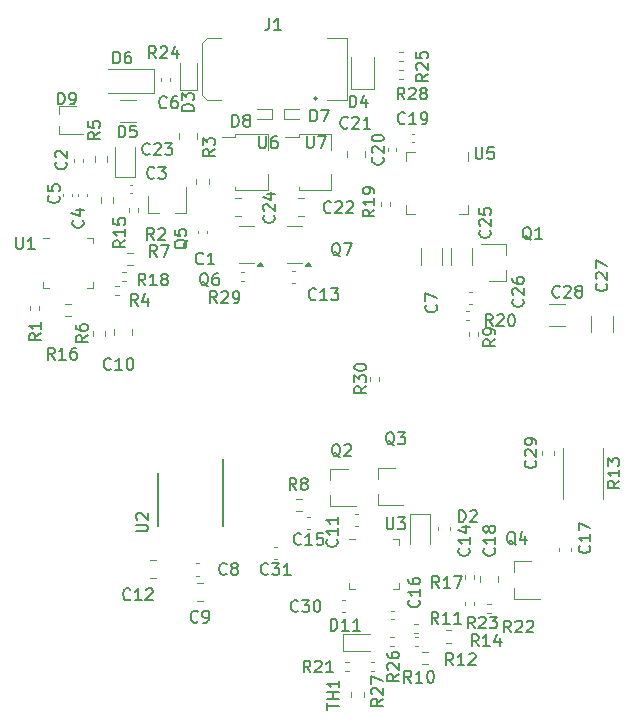
<source format=gbr>
%TF.GenerationSoftware,KiCad,Pcbnew,8.0.1*%
%TF.CreationDate,2024-05-30T20:48:59+03:00*%
%TF.ProjectId,jantteri_right,6a616e74-7465-4726-995f-72696768742e,rev?*%
%TF.SameCoordinates,Original*%
%TF.FileFunction,Legend,Top*%
%TF.FilePolarity,Positive*%
%FSLAX46Y46*%
G04 Gerber Fmt 4.6, Leading zero omitted, Abs format (unit mm)*
G04 Created by KiCad (PCBNEW 8.0.1) date 2024-05-30 20:48:59*
%MOMM*%
%LPD*%
G01*
G04 APERTURE LIST*
%ADD10C,0.150000*%
%ADD11C,0.120000*%
G04 APERTURE END LIST*
D10*
X-6135667Y9518420D02*
X-6183286Y9470800D01*
X-6183286Y9470800D02*
X-6326143Y9423181D01*
X-6326143Y9423181D02*
X-6421381Y9423181D01*
X-6421381Y9423181D02*
X-6564238Y9470800D01*
X-6564238Y9470800D02*
X-6659476Y9566039D01*
X-6659476Y9566039D02*
X-6707095Y9661277D01*
X-6707095Y9661277D02*
X-6754714Y9851753D01*
X-6754714Y9851753D02*
X-6754714Y9994610D01*
X-6754714Y9994610D02*
X-6707095Y10185086D01*
X-6707095Y10185086D02*
X-6659476Y10280324D01*
X-6659476Y10280324D02*
X-6564238Y10375562D01*
X-6564238Y10375562D02*
X-6421381Y10423181D01*
X-6421381Y10423181D02*
X-6326143Y10423181D01*
X-6326143Y10423181D02*
X-6183286Y10375562D01*
X-6183286Y10375562D02*
X-6135667Y10327943D01*
X-5183286Y9423181D02*
X-5754714Y9423181D01*
X-5469000Y9423181D02*
X-5469000Y10423181D01*
X-5469000Y10423181D02*
X-5564238Y10280324D01*
X-5564238Y10280324D02*
X-5659476Y10185086D01*
X-5659476Y10185086D02*
X-5754714Y10137467D01*
X-17768400Y18101014D02*
X-17720780Y18053395D01*
X-17720780Y18053395D02*
X-17673161Y17910538D01*
X-17673161Y17910538D02*
X-17673161Y17815300D01*
X-17673161Y17815300D02*
X-17720780Y17672443D01*
X-17720780Y17672443D02*
X-17816019Y17577205D01*
X-17816019Y17577205D02*
X-17911257Y17529586D01*
X-17911257Y17529586D02*
X-18101733Y17481967D01*
X-18101733Y17481967D02*
X-18244590Y17481967D01*
X-18244590Y17481967D02*
X-18435066Y17529586D01*
X-18435066Y17529586D02*
X-18530304Y17577205D01*
X-18530304Y17577205D02*
X-18625542Y17672443D01*
X-18625542Y17672443D02*
X-18673161Y17815300D01*
X-18673161Y17815300D02*
X-18673161Y17910538D01*
X-18673161Y17910538D02*
X-18625542Y18053395D01*
X-18625542Y18053395D02*
X-18577923Y18101014D01*
X-18577923Y18481967D02*
X-18625542Y18529586D01*
X-18625542Y18529586D02*
X-18673161Y18624824D01*
X-18673161Y18624824D02*
X-18673161Y18862919D01*
X-18673161Y18862919D02*
X-18625542Y18958157D01*
X-18625542Y18958157D02*
X-18577923Y19005776D01*
X-18577923Y19005776D02*
X-18482685Y19053395D01*
X-18482685Y19053395D02*
X-18387447Y19053395D01*
X-18387447Y19053395D02*
X-18244590Y19005776D01*
X-18244590Y19005776D02*
X-17673161Y18434348D01*
X-17673161Y18434348D02*
X-17673161Y19053395D01*
X-10263167Y16777800D02*
X-10310786Y16730180D01*
X-10310786Y16730180D02*
X-10453643Y16682561D01*
X-10453643Y16682561D02*
X-10548881Y16682561D01*
X-10548881Y16682561D02*
X-10691738Y16730180D01*
X-10691738Y16730180D02*
X-10786976Y16825419D01*
X-10786976Y16825419D02*
X-10834595Y16920657D01*
X-10834595Y16920657D02*
X-10882214Y17111133D01*
X-10882214Y17111133D02*
X-10882214Y17253990D01*
X-10882214Y17253990D02*
X-10834595Y17444466D01*
X-10834595Y17444466D02*
X-10786976Y17539704D01*
X-10786976Y17539704D02*
X-10691738Y17634942D01*
X-10691738Y17634942D02*
X-10548881Y17682561D01*
X-10548881Y17682561D02*
X-10453643Y17682561D01*
X-10453643Y17682561D02*
X-10310786Y17634942D01*
X-10310786Y17634942D02*
X-10263167Y17587323D01*
X-9929833Y17682561D02*
X-9310786Y17682561D01*
X-9310786Y17682561D02*
X-9644119Y17301609D01*
X-9644119Y17301609D02*
X-9501262Y17301609D01*
X-9501262Y17301609D02*
X-9406024Y17253990D01*
X-9406024Y17253990D02*
X-9358405Y17206371D01*
X-9358405Y17206371D02*
X-9310786Y17111133D01*
X-9310786Y17111133D02*
X-9310786Y16873038D01*
X-9310786Y16873038D02*
X-9358405Y16777800D01*
X-9358405Y16777800D02*
X-9406024Y16730180D01*
X-9406024Y16730180D02*
X-9501262Y16682561D01*
X-9501262Y16682561D02*
X-9786976Y16682561D01*
X-9786976Y16682561D02*
X-9882214Y16730180D01*
X-9882214Y16730180D02*
X-9929833Y16777800D01*
X-16335840Y13163254D02*
X-16288220Y13115635D01*
X-16288220Y13115635D02*
X-16240601Y12972778D01*
X-16240601Y12972778D02*
X-16240601Y12877540D01*
X-16240601Y12877540D02*
X-16288220Y12734683D01*
X-16288220Y12734683D02*
X-16383459Y12639445D01*
X-16383459Y12639445D02*
X-16478697Y12591826D01*
X-16478697Y12591826D02*
X-16669173Y12544207D01*
X-16669173Y12544207D02*
X-16812030Y12544207D01*
X-16812030Y12544207D02*
X-17002506Y12591826D01*
X-17002506Y12591826D02*
X-17097744Y12639445D01*
X-17097744Y12639445D02*
X-17192982Y12734683D01*
X-17192982Y12734683D02*
X-17240601Y12877540D01*
X-17240601Y12877540D02*
X-17240601Y12972778D01*
X-17240601Y12972778D02*
X-17192982Y13115635D01*
X-17192982Y13115635D02*
X-17145363Y13163254D01*
X-16907268Y14020397D02*
X-16240601Y14020397D01*
X-17288220Y13782302D02*
X-16573935Y13544207D01*
X-16573935Y13544207D02*
X-16573935Y14163254D01*
X-18375460Y15243514D02*
X-18327840Y15195895D01*
X-18327840Y15195895D02*
X-18280221Y15053038D01*
X-18280221Y15053038D02*
X-18280221Y14957800D01*
X-18280221Y14957800D02*
X-18327840Y14814943D01*
X-18327840Y14814943D02*
X-18423079Y14719705D01*
X-18423079Y14719705D02*
X-18518317Y14672086D01*
X-18518317Y14672086D02*
X-18708793Y14624467D01*
X-18708793Y14624467D02*
X-18851650Y14624467D01*
X-18851650Y14624467D02*
X-19042126Y14672086D01*
X-19042126Y14672086D02*
X-19137364Y14719705D01*
X-19137364Y14719705D02*
X-19232602Y14814943D01*
X-19232602Y14814943D02*
X-19280221Y14957800D01*
X-19280221Y14957800D02*
X-19280221Y15053038D01*
X-19280221Y15053038D02*
X-19232602Y15195895D01*
X-19232602Y15195895D02*
X-19184983Y15243514D01*
X-19280221Y16148276D02*
X-19280221Y15672086D01*
X-19280221Y15672086D02*
X-18804031Y15624467D01*
X-18804031Y15624467D02*
X-18851650Y15672086D01*
X-18851650Y15672086D02*
X-18899269Y15767324D01*
X-18899269Y15767324D02*
X-18899269Y16005419D01*
X-18899269Y16005419D02*
X-18851650Y16100657D01*
X-18851650Y16100657D02*
X-18804031Y16148276D01*
X-18804031Y16148276D02*
X-18708793Y16195895D01*
X-18708793Y16195895D02*
X-18470698Y16195895D01*
X-18470698Y16195895D02*
X-18375460Y16148276D01*
X-18375460Y16148276D02*
X-18327840Y16100657D01*
X-18327840Y16100657D02*
X-18280221Y16005419D01*
X-18280221Y16005419D02*
X-18280221Y15767324D01*
X-18280221Y15767324D02*
X-18327840Y15672086D01*
X-18327840Y15672086D02*
X-18375460Y15624467D01*
X-9234467Y22746800D02*
X-9282086Y22699180D01*
X-9282086Y22699180D02*
X-9424943Y22651561D01*
X-9424943Y22651561D02*
X-9520181Y22651561D01*
X-9520181Y22651561D02*
X-9663038Y22699180D01*
X-9663038Y22699180D02*
X-9758276Y22794419D01*
X-9758276Y22794419D02*
X-9805895Y22889657D01*
X-9805895Y22889657D02*
X-9853514Y23080133D01*
X-9853514Y23080133D02*
X-9853514Y23222990D01*
X-9853514Y23222990D02*
X-9805895Y23413466D01*
X-9805895Y23413466D02*
X-9758276Y23508704D01*
X-9758276Y23508704D02*
X-9663038Y23603942D01*
X-9663038Y23603942D02*
X-9520181Y23651561D01*
X-9520181Y23651561D02*
X-9424943Y23651561D01*
X-9424943Y23651561D02*
X-9282086Y23603942D01*
X-9282086Y23603942D02*
X-9234467Y23556323D01*
X-8377324Y23651561D02*
X-8567800Y23651561D01*
X-8567800Y23651561D02*
X-8663038Y23603942D01*
X-8663038Y23603942D02*
X-8710657Y23556323D01*
X-8710657Y23556323D02*
X-8805895Y23413466D01*
X-8805895Y23413466D02*
X-8853514Y23222990D01*
X-8853514Y23222990D02*
X-8853514Y22842038D01*
X-8853514Y22842038D02*
X-8805895Y22746800D01*
X-8805895Y22746800D02*
X-8758276Y22699180D01*
X-8758276Y22699180D02*
X-8663038Y22651561D01*
X-8663038Y22651561D02*
X-8472562Y22651561D01*
X-8472562Y22651561D02*
X-8377324Y22699180D01*
X-8377324Y22699180D02*
X-8329705Y22746800D01*
X-8329705Y22746800D02*
X-8282086Y22842038D01*
X-8282086Y22842038D02*
X-8282086Y23080133D01*
X-8282086Y23080133D02*
X-8329705Y23175371D01*
X-8329705Y23175371D02*
X-8377324Y23222990D01*
X-8377324Y23222990D02*
X-8472562Y23270609D01*
X-8472562Y23270609D02*
X-8663038Y23270609D01*
X-8663038Y23270609D02*
X-8758276Y23222990D01*
X-8758276Y23222990D02*
X-8805895Y23175371D01*
X-8805895Y23175371D02*
X-8853514Y23080133D01*
X13580280Y5992834D02*
X13627900Y5945215D01*
X13627900Y5945215D02*
X13675519Y5802358D01*
X13675519Y5802358D02*
X13675519Y5707120D01*
X13675519Y5707120D02*
X13627900Y5564263D01*
X13627900Y5564263D02*
X13532661Y5469025D01*
X13532661Y5469025D02*
X13437423Y5421406D01*
X13437423Y5421406D02*
X13246947Y5373787D01*
X13246947Y5373787D02*
X13104090Y5373787D01*
X13104090Y5373787D02*
X12913614Y5421406D01*
X12913614Y5421406D02*
X12818376Y5469025D01*
X12818376Y5469025D02*
X12723138Y5564263D01*
X12723138Y5564263D02*
X12675519Y5707120D01*
X12675519Y5707120D02*
X12675519Y5802358D01*
X12675519Y5802358D02*
X12723138Y5945215D01*
X12723138Y5945215D02*
X12770757Y5992834D01*
X12675519Y6326168D02*
X12675519Y6992834D01*
X12675519Y6992834D02*
X13675519Y6564263D01*
X-4154467Y-16775600D02*
X-4202086Y-16823220D01*
X-4202086Y-16823220D02*
X-4344943Y-16870839D01*
X-4344943Y-16870839D02*
X-4440181Y-16870839D01*
X-4440181Y-16870839D02*
X-4583038Y-16823220D01*
X-4583038Y-16823220D02*
X-4678276Y-16727981D01*
X-4678276Y-16727981D02*
X-4725895Y-16632743D01*
X-4725895Y-16632743D02*
X-4773514Y-16442267D01*
X-4773514Y-16442267D02*
X-4773514Y-16299410D01*
X-4773514Y-16299410D02*
X-4725895Y-16108934D01*
X-4725895Y-16108934D02*
X-4678276Y-16013696D01*
X-4678276Y-16013696D02*
X-4583038Y-15918458D01*
X-4583038Y-15918458D02*
X-4440181Y-15870839D01*
X-4440181Y-15870839D02*
X-4344943Y-15870839D01*
X-4344943Y-15870839D02*
X-4202086Y-15918458D01*
X-4202086Y-15918458D02*
X-4154467Y-15966077D01*
X-3583038Y-16299410D02*
X-3678276Y-16251791D01*
X-3678276Y-16251791D02*
X-3725895Y-16204172D01*
X-3725895Y-16204172D02*
X-3773514Y-16108934D01*
X-3773514Y-16108934D02*
X-3773514Y-16061315D01*
X-3773514Y-16061315D02*
X-3725895Y-15966077D01*
X-3725895Y-15966077D02*
X-3678276Y-15918458D01*
X-3678276Y-15918458D02*
X-3583038Y-15870839D01*
X-3583038Y-15870839D02*
X-3392562Y-15870839D01*
X-3392562Y-15870839D02*
X-3297324Y-15918458D01*
X-3297324Y-15918458D02*
X-3249705Y-15966077D01*
X-3249705Y-15966077D02*
X-3202086Y-16061315D01*
X-3202086Y-16061315D02*
X-3202086Y-16108934D01*
X-3202086Y-16108934D02*
X-3249705Y-16204172D01*
X-3249705Y-16204172D02*
X-3297324Y-16251791D01*
X-3297324Y-16251791D02*
X-3392562Y-16299410D01*
X-3392562Y-16299410D02*
X-3583038Y-16299410D01*
X-3583038Y-16299410D02*
X-3678276Y-16347029D01*
X-3678276Y-16347029D02*
X-3725895Y-16394648D01*
X-3725895Y-16394648D02*
X-3773514Y-16489886D01*
X-3773514Y-16489886D02*
X-3773514Y-16680362D01*
X-3773514Y-16680362D02*
X-3725895Y-16775600D01*
X-3725895Y-16775600D02*
X-3678276Y-16823220D01*
X-3678276Y-16823220D02*
X-3583038Y-16870839D01*
X-3583038Y-16870839D02*
X-3392562Y-16870839D01*
X-3392562Y-16870839D02*
X-3297324Y-16823220D01*
X-3297324Y-16823220D02*
X-3249705Y-16775600D01*
X-3249705Y-16775600D02*
X-3202086Y-16680362D01*
X-3202086Y-16680362D02*
X-3202086Y-16489886D01*
X-3202086Y-16489886D02*
X-3249705Y-16394648D01*
X-3249705Y-16394648D02*
X-3297324Y-16347029D01*
X-3297324Y-16347029D02*
X-3392562Y-16299410D01*
X-6580167Y-20801500D02*
X-6627786Y-20849120D01*
X-6627786Y-20849120D02*
X-6770643Y-20896739D01*
X-6770643Y-20896739D02*
X-6865881Y-20896739D01*
X-6865881Y-20896739D02*
X-7008738Y-20849120D01*
X-7008738Y-20849120D02*
X-7103976Y-20753881D01*
X-7103976Y-20753881D02*
X-7151595Y-20658643D01*
X-7151595Y-20658643D02*
X-7199214Y-20468167D01*
X-7199214Y-20468167D02*
X-7199214Y-20325310D01*
X-7199214Y-20325310D02*
X-7151595Y-20134834D01*
X-7151595Y-20134834D02*
X-7103976Y-20039596D01*
X-7103976Y-20039596D02*
X-7008738Y-19944358D01*
X-7008738Y-19944358D02*
X-6865881Y-19896739D01*
X-6865881Y-19896739D02*
X-6770643Y-19896739D01*
X-6770643Y-19896739D02*
X-6627786Y-19944358D01*
X-6627786Y-19944358D02*
X-6580167Y-19991977D01*
X-6103976Y-20896739D02*
X-5913500Y-20896739D01*
X-5913500Y-20896739D02*
X-5818262Y-20849120D01*
X-5818262Y-20849120D02*
X-5770643Y-20801500D01*
X-5770643Y-20801500D02*
X-5675405Y-20658643D01*
X-5675405Y-20658643D02*
X-5627786Y-20468167D01*
X-5627786Y-20468167D02*
X-5627786Y-20087215D01*
X-5627786Y-20087215D02*
X-5675405Y-19991977D01*
X-5675405Y-19991977D02*
X-5723024Y-19944358D01*
X-5723024Y-19944358D02*
X-5818262Y-19896739D01*
X-5818262Y-19896739D02*
X-6008738Y-19896739D01*
X-6008738Y-19896739D02*
X-6103976Y-19944358D01*
X-6103976Y-19944358D02*
X-6151595Y-19991977D01*
X-6151595Y-19991977D02*
X-6199214Y-20087215D01*
X-6199214Y-20087215D02*
X-6199214Y-20325310D01*
X-6199214Y-20325310D02*
X-6151595Y-20420548D01*
X-6151595Y-20420548D02*
X-6103976Y-20468167D01*
X-6103976Y-20468167D02*
X-6008738Y-20515786D01*
X-6008738Y-20515786D02*
X-5818262Y-20515786D01*
X-5818262Y-20515786D02*
X-5723024Y-20468167D01*
X-5723024Y-20468167D02*
X-5675405Y-20420548D01*
X-5675405Y-20420548D02*
X-5627786Y-20325310D01*
X-13949918Y587840D02*
X-13997537Y540220D01*
X-13997537Y540220D02*
X-14140394Y492601D01*
X-14140394Y492601D02*
X-14235632Y492601D01*
X-14235632Y492601D02*
X-14378489Y540220D01*
X-14378489Y540220D02*
X-14473727Y635459D01*
X-14473727Y635459D02*
X-14521346Y730697D01*
X-14521346Y730697D02*
X-14568965Y921173D01*
X-14568965Y921173D02*
X-14568965Y1064030D01*
X-14568965Y1064030D02*
X-14521346Y1254506D01*
X-14521346Y1254506D02*
X-14473727Y1349744D01*
X-14473727Y1349744D02*
X-14378489Y1444982D01*
X-14378489Y1444982D02*
X-14235632Y1492601D01*
X-14235632Y1492601D02*
X-14140394Y1492601D01*
X-14140394Y1492601D02*
X-13997537Y1444982D01*
X-13997537Y1444982D02*
X-13949918Y1397363D01*
X-12997537Y492601D02*
X-13568965Y492601D01*
X-13283251Y492601D02*
X-13283251Y1492601D01*
X-13283251Y1492601D02*
X-13378489Y1349744D01*
X-13378489Y1349744D02*
X-13473727Y1254506D01*
X-13473727Y1254506D02*
X-13568965Y1206887D01*
X-12378489Y1492601D02*
X-12283251Y1492601D01*
X-12283251Y1492601D02*
X-12188013Y1444982D01*
X-12188013Y1444982D02*
X-12140394Y1397363D01*
X-12140394Y1397363D02*
X-12092775Y1302125D01*
X-12092775Y1302125D02*
X-12045156Y1111649D01*
X-12045156Y1111649D02*
X-12045156Y873554D01*
X-12045156Y873554D02*
X-12092775Y683078D01*
X-12092775Y683078D02*
X-12140394Y587840D01*
X-12140394Y587840D02*
X-12188013Y540220D01*
X-12188013Y540220D02*
X-12283251Y492601D01*
X-12283251Y492601D02*
X-12378489Y492601D01*
X-12378489Y492601D02*
X-12473727Y540220D01*
X-12473727Y540220D02*
X-12521346Y587840D01*
X-12521346Y587840D02*
X-12568965Y683078D01*
X-12568965Y683078D02*
X-12616584Y873554D01*
X-12616584Y873554D02*
X-12616584Y1111649D01*
X-12616584Y1111649D02*
X-12568965Y1302125D01*
X-12568965Y1302125D02*
X-12521346Y1397363D01*
X-12521346Y1397363D02*
X-12473727Y1444982D01*
X-12473727Y1444982D02*
X-12378489Y1492601D01*
X5185580Y-13850857D02*
X5233200Y-13898476D01*
X5233200Y-13898476D02*
X5280819Y-14041333D01*
X5280819Y-14041333D02*
X5280819Y-14136571D01*
X5280819Y-14136571D02*
X5233200Y-14279428D01*
X5233200Y-14279428D02*
X5137961Y-14374666D01*
X5137961Y-14374666D02*
X5042723Y-14422285D01*
X5042723Y-14422285D02*
X4852247Y-14469904D01*
X4852247Y-14469904D02*
X4709390Y-14469904D01*
X4709390Y-14469904D02*
X4518914Y-14422285D01*
X4518914Y-14422285D02*
X4423676Y-14374666D01*
X4423676Y-14374666D02*
X4328438Y-14279428D01*
X4328438Y-14279428D02*
X4280819Y-14136571D01*
X4280819Y-14136571D02*
X4280819Y-14041333D01*
X4280819Y-14041333D02*
X4328438Y-13898476D01*
X4328438Y-13898476D02*
X4376057Y-13850857D01*
X5280819Y-12898476D02*
X5280819Y-13469904D01*
X5280819Y-13184190D02*
X4280819Y-13184190D01*
X4280819Y-13184190D02*
X4423676Y-13279428D01*
X4423676Y-13279428D02*
X4518914Y-13374666D01*
X4518914Y-13374666D02*
X4566533Y-13469904D01*
X5280819Y-11946095D02*
X5280819Y-12517523D01*
X5280819Y-12231809D02*
X4280819Y-12231809D01*
X4280819Y-12231809D02*
X4423676Y-12327047D01*
X4423676Y-12327047D02*
X4518914Y-12422285D01*
X4518914Y-12422285D02*
X4566533Y-12517523D01*
X-12301458Y-18909200D02*
X-12349077Y-18956820D01*
X-12349077Y-18956820D02*
X-12491934Y-19004439D01*
X-12491934Y-19004439D02*
X-12587172Y-19004439D01*
X-12587172Y-19004439D02*
X-12730029Y-18956820D01*
X-12730029Y-18956820D02*
X-12825267Y-18861581D01*
X-12825267Y-18861581D02*
X-12872886Y-18766343D01*
X-12872886Y-18766343D02*
X-12920505Y-18575867D01*
X-12920505Y-18575867D02*
X-12920505Y-18433010D01*
X-12920505Y-18433010D02*
X-12872886Y-18242534D01*
X-12872886Y-18242534D02*
X-12825267Y-18147296D01*
X-12825267Y-18147296D02*
X-12730029Y-18052058D01*
X-12730029Y-18052058D02*
X-12587172Y-18004439D01*
X-12587172Y-18004439D02*
X-12491934Y-18004439D01*
X-12491934Y-18004439D02*
X-12349077Y-18052058D01*
X-12349077Y-18052058D02*
X-12301458Y-18099677D01*
X-11349077Y-19004439D02*
X-11920505Y-19004439D01*
X-11634791Y-19004439D02*
X-11634791Y-18004439D01*
X-11634791Y-18004439D02*
X-11730029Y-18147296D01*
X-11730029Y-18147296D02*
X-11825267Y-18242534D01*
X-11825267Y-18242534D02*
X-11920505Y-18290153D01*
X-10968124Y-18099677D02*
X-10920505Y-18052058D01*
X-10920505Y-18052058D02*
X-10825267Y-18004439D01*
X-10825267Y-18004439D02*
X-10587172Y-18004439D01*
X-10587172Y-18004439D02*
X-10491934Y-18052058D01*
X-10491934Y-18052058D02*
X-10444315Y-18099677D01*
X-10444315Y-18099677D02*
X-10396696Y-18194915D01*
X-10396696Y-18194915D02*
X-10396696Y-18290153D01*
X-10396696Y-18290153D02*
X-10444315Y-18433010D01*
X-10444315Y-18433010D02*
X-11015743Y-19004439D01*
X-11015743Y-19004439D02*
X-10396696Y-19004439D01*
X16361580Y-14612857D02*
X16409200Y-14660476D01*
X16409200Y-14660476D02*
X16456819Y-14803333D01*
X16456819Y-14803333D02*
X16456819Y-14898571D01*
X16456819Y-14898571D02*
X16409200Y-15041428D01*
X16409200Y-15041428D02*
X16313961Y-15136666D01*
X16313961Y-15136666D02*
X16218723Y-15184285D01*
X16218723Y-15184285D02*
X16028247Y-15231904D01*
X16028247Y-15231904D02*
X15885390Y-15231904D01*
X15885390Y-15231904D02*
X15694914Y-15184285D01*
X15694914Y-15184285D02*
X15599676Y-15136666D01*
X15599676Y-15136666D02*
X15504438Y-15041428D01*
X15504438Y-15041428D02*
X15456819Y-14898571D01*
X15456819Y-14898571D02*
X15456819Y-14803333D01*
X15456819Y-14803333D02*
X15504438Y-14660476D01*
X15504438Y-14660476D02*
X15552057Y-14612857D01*
X16456819Y-13660476D02*
X16456819Y-14231904D01*
X16456819Y-13946190D02*
X15456819Y-13946190D01*
X15456819Y-13946190D02*
X15599676Y-14041428D01*
X15599676Y-14041428D02*
X15694914Y-14136666D01*
X15694914Y-14136666D02*
X15742533Y-14231904D01*
X15790152Y-12803333D02*
X16456819Y-12803333D01*
X15409200Y-13041428D02*
X16123485Y-13279523D01*
X16123485Y-13279523D02*
X16123485Y-12660476D01*
X12132480Y-19001977D02*
X12180100Y-19049596D01*
X12180100Y-19049596D02*
X12227719Y-19192453D01*
X12227719Y-19192453D02*
X12227719Y-19287691D01*
X12227719Y-19287691D02*
X12180100Y-19430548D01*
X12180100Y-19430548D02*
X12084861Y-19525786D01*
X12084861Y-19525786D02*
X11989623Y-19573405D01*
X11989623Y-19573405D02*
X11799147Y-19621024D01*
X11799147Y-19621024D02*
X11656290Y-19621024D01*
X11656290Y-19621024D02*
X11465814Y-19573405D01*
X11465814Y-19573405D02*
X11370576Y-19525786D01*
X11370576Y-19525786D02*
X11275338Y-19430548D01*
X11275338Y-19430548D02*
X11227719Y-19287691D01*
X11227719Y-19287691D02*
X11227719Y-19192453D01*
X11227719Y-19192453D02*
X11275338Y-19049596D01*
X11275338Y-19049596D02*
X11322957Y-19001977D01*
X12227719Y-18049596D02*
X12227719Y-18621024D01*
X12227719Y-18335310D02*
X11227719Y-18335310D01*
X11227719Y-18335310D02*
X11370576Y-18430548D01*
X11370576Y-18430548D02*
X11465814Y-18525786D01*
X11465814Y-18525786D02*
X11513433Y-18621024D01*
X11227719Y-17192453D02*
X11227719Y-17382929D01*
X11227719Y-17382929D02*
X11275338Y-17478167D01*
X11275338Y-17478167D02*
X11322957Y-17525786D01*
X11322957Y-17525786D02*
X11465814Y-17621024D01*
X11465814Y-17621024D02*
X11656290Y-17668643D01*
X11656290Y-17668643D02*
X12037242Y-17668643D01*
X12037242Y-17668643D02*
X12132480Y-17621024D01*
X12132480Y-17621024D02*
X12180100Y-17573405D01*
X12180100Y-17573405D02*
X12227719Y-17478167D01*
X12227719Y-17478167D02*
X12227719Y-17287691D01*
X12227719Y-17287691D02*
X12180100Y-17192453D01*
X12180100Y-17192453D02*
X12132480Y-17144834D01*
X12132480Y-17144834D02*
X12037242Y-17097215D01*
X12037242Y-17097215D02*
X11799147Y-17097215D01*
X11799147Y-17097215D02*
X11703909Y-17144834D01*
X11703909Y-17144834D02*
X11656290Y-17192453D01*
X11656290Y-17192453D02*
X11608671Y-17287691D01*
X11608671Y-17287691D02*
X11608671Y-17478167D01*
X11608671Y-17478167D02*
X11656290Y-17573405D01*
X11656290Y-17573405D02*
X11703909Y-17621024D01*
X11703909Y-17621024D02*
X11799147Y-17668643D01*
X26559680Y-14379177D02*
X26607300Y-14426796D01*
X26607300Y-14426796D02*
X26654919Y-14569653D01*
X26654919Y-14569653D02*
X26654919Y-14664891D01*
X26654919Y-14664891D02*
X26607300Y-14807748D01*
X26607300Y-14807748D02*
X26512061Y-14902986D01*
X26512061Y-14902986D02*
X26416823Y-14950605D01*
X26416823Y-14950605D02*
X26226347Y-14998224D01*
X26226347Y-14998224D02*
X26083490Y-14998224D01*
X26083490Y-14998224D02*
X25893014Y-14950605D01*
X25893014Y-14950605D02*
X25797776Y-14902986D01*
X25797776Y-14902986D02*
X25702538Y-14807748D01*
X25702538Y-14807748D02*
X25654919Y-14664891D01*
X25654919Y-14664891D02*
X25654919Y-14569653D01*
X25654919Y-14569653D02*
X25702538Y-14426796D01*
X25702538Y-14426796D02*
X25750157Y-14379177D01*
X26654919Y-13426796D02*
X26654919Y-13998224D01*
X26654919Y-13712510D02*
X25654919Y-13712510D01*
X25654919Y-13712510D02*
X25797776Y-13807748D01*
X25797776Y-13807748D02*
X25893014Y-13902986D01*
X25893014Y-13902986D02*
X25940633Y-13998224D01*
X25654919Y-13093462D02*
X25654919Y-12426796D01*
X25654919Y-12426796D02*
X26654919Y-12855367D01*
X18507880Y-14607777D02*
X18555500Y-14655396D01*
X18555500Y-14655396D02*
X18603119Y-14798253D01*
X18603119Y-14798253D02*
X18603119Y-14893491D01*
X18603119Y-14893491D02*
X18555500Y-15036348D01*
X18555500Y-15036348D02*
X18460261Y-15131586D01*
X18460261Y-15131586D02*
X18365023Y-15179205D01*
X18365023Y-15179205D02*
X18174547Y-15226824D01*
X18174547Y-15226824D02*
X18031690Y-15226824D01*
X18031690Y-15226824D02*
X17841214Y-15179205D01*
X17841214Y-15179205D02*
X17745976Y-15131586D01*
X17745976Y-15131586D02*
X17650738Y-15036348D01*
X17650738Y-15036348D02*
X17603119Y-14893491D01*
X17603119Y-14893491D02*
X17603119Y-14798253D01*
X17603119Y-14798253D02*
X17650738Y-14655396D01*
X17650738Y-14655396D02*
X17698357Y-14607777D01*
X18603119Y-13655396D02*
X18603119Y-14226824D01*
X18603119Y-13941110D02*
X17603119Y-13941110D01*
X17603119Y-13941110D02*
X17745976Y-14036348D01*
X17745976Y-14036348D02*
X17841214Y-14131586D01*
X17841214Y-14131586D02*
X17888833Y-14226824D01*
X18031690Y-13083967D02*
X17984071Y-13179205D01*
X17984071Y-13179205D02*
X17936452Y-13226824D01*
X17936452Y-13226824D02*
X17841214Y-13274443D01*
X17841214Y-13274443D02*
X17793595Y-13274443D01*
X17793595Y-13274443D02*
X17698357Y-13226824D01*
X17698357Y-13226824D02*
X17650738Y-13179205D01*
X17650738Y-13179205D02*
X17603119Y-13083967D01*
X17603119Y-13083967D02*
X17603119Y-12893491D01*
X17603119Y-12893491D02*
X17650738Y-12798253D01*
X17650738Y-12798253D02*
X17698357Y-12750634D01*
X17698357Y-12750634D02*
X17793595Y-12703015D01*
X17793595Y-12703015D02*
X17841214Y-12703015D01*
X17841214Y-12703015D02*
X17936452Y-12750634D01*
X17936452Y-12750634D02*
X17984071Y-12798253D01*
X17984071Y-12798253D02*
X18031690Y-12893491D01*
X18031690Y-12893491D02*
X18031690Y-13083967D01*
X18031690Y-13083967D02*
X18079309Y-13179205D01*
X18079309Y-13179205D02*
X18126928Y-13226824D01*
X18126928Y-13226824D02*
X18222166Y-13274443D01*
X18222166Y-13274443D02*
X18412642Y-13274443D01*
X18412642Y-13274443D02*
X18507880Y-13226824D01*
X18507880Y-13226824D02*
X18555500Y-13179205D01*
X18555500Y-13179205D02*
X18603119Y-13083967D01*
X18603119Y-13083967D02*
X18603119Y-12893491D01*
X18603119Y-12893491D02*
X18555500Y-12798253D01*
X18555500Y-12798253D02*
X18507880Y-12750634D01*
X18507880Y-12750634D02*
X18412642Y-12703015D01*
X18412642Y-12703015D02*
X18222166Y-12703015D01*
X18222166Y-12703015D02*
X18126928Y-12750634D01*
X18126928Y-12750634D02*
X18079309Y-12798253D01*
X18079309Y-12798253D02*
X18031690Y-12893491D01*
X10952242Y21400600D02*
X10904623Y21352980D01*
X10904623Y21352980D02*
X10761766Y21305361D01*
X10761766Y21305361D02*
X10666528Y21305361D01*
X10666528Y21305361D02*
X10523671Y21352980D01*
X10523671Y21352980D02*
X10428433Y21448219D01*
X10428433Y21448219D02*
X10380814Y21543457D01*
X10380814Y21543457D02*
X10333195Y21733933D01*
X10333195Y21733933D02*
X10333195Y21876790D01*
X10333195Y21876790D02*
X10380814Y22067266D01*
X10380814Y22067266D02*
X10428433Y22162504D01*
X10428433Y22162504D02*
X10523671Y22257742D01*
X10523671Y22257742D02*
X10666528Y22305361D01*
X10666528Y22305361D02*
X10761766Y22305361D01*
X10761766Y22305361D02*
X10904623Y22257742D01*
X10904623Y22257742D02*
X10952242Y22210123D01*
X11904623Y21305361D02*
X11333195Y21305361D01*
X11618909Y21305361D02*
X11618909Y22305361D01*
X11618909Y22305361D02*
X11523671Y22162504D01*
X11523671Y22162504D02*
X11428433Y22067266D01*
X11428433Y22067266D02*
X11333195Y22019647D01*
X12380814Y21305361D02*
X12571290Y21305361D01*
X12571290Y21305361D02*
X12666528Y21352980D01*
X12666528Y21352980D02*
X12714147Y21400600D01*
X12714147Y21400600D02*
X12809385Y21543457D01*
X12809385Y21543457D02*
X12857004Y21733933D01*
X12857004Y21733933D02*
X12857004Y22114885D01*
X12857004Y22114885D02*
X12809385Y22210123D01*
X12809385Y22210123D02*
X12761766Y22257742D01*
X12761766Y22257742D02*
X12666528Y22305361D01*
X12666528Y22305361D02*
X12476052Y22305361D01*
X12476052Y22305361D02*
X12380814Y22257742D01*
X12380814Y22257742D02*
X12333195Y22210123D01*
X12333195Y22210123D02*
X12285576Y22114885D01*
X12285576Y22114885D02*
X12285576Y21876790D01*
X12285576Y21876790D02*
X12333195Y21781552D01*
X12333195Y21781552D02*
X12380814Y21733933D01*
X12380814Y21733933D02*
X12476052Y21686314D01*
X12476052Y21686314D02*
X12666528Y21686314D01*
X12666528Y21686314D02*
X12761766Y21733933D01*
X12761766Y21733933D02*
X12809385Y21781552D01*
X12809385Y21781552D02*
X12857004Y21876790D01*
X9054780Y18503723D02*
X9102400Y18456104D01*
X9102400Y18456104D02*
X9150019Y18313247D01*
X9150019Y18313247D02*
X9150019Y18218009D01*
X9150019Y18218009D02*
X9102400Y18075152D01*
X9102400Y18075152D02*
X9007161Y17979914D01*
X9007161Y17979914D02*
X8911923Y17932295D01*
X8911923Y17932295D02*
X8721447Y17884676D01*
X8721447Y17884676D02*
X8578590Y17884676D01*
X8578590Y17884676D02*
X8388114Y17932295D01*
X8388114Y17932295D02*
X8292876Y17979914D01*
X8292876Y17979914D02*
X8197638Y18075152D01*
X8197638Y18075152D02*
X8150019Y18218009D01*
X8150019Y18218009D02*
X8150019Y18313247D01*
X8150019Y18313247D02*
X8197638Y18456104D01*
X8197638Y18456104D02*
X8245257Y18503723D01*
X8245257Y18884676D02*
X8197638Y18932295D01*
X8197638Y18932295D02*
X8150019Y19027533D01*
X8150019Y19027533D02*
X8150019Y19265628D01*
X8150019Y19265628D02*
X8197638Y19360866D01*
X8197638Y19360866D02*
X8245257Y19408485D01*
X8245257Y19408485D02*
X8340495Y19456104D01*
X8340495Y19456104D02*
X8435733Y19456104D01*
X8435733Y19456104D02*
X8578590Y19408485D01*
X8578590Y19408485D02*
X9150019Y18837057D01*
X9150019Y18837057D02*
X9150019Y19456104D01*
X8150019Y20075152D02*
X8150019Y20170390D01*
X8150019Y20170390D02*
X8197638Y20265628D01*
X8197638Y20265628D02*
X8245257Y20313247D01*
X8245257Y20313247D02*
X8340495Y20360866D01*
X8340495Y20360866D02*
X8530971Y20408485D01*
X8530971Y20408485D02*
X8769066Y20408485D01*
X8769066Y20408485D02*
X8959542Y20360866D01*
X8959542Y20360866D02*
X9054780Y20313247D01*
X9054780Y20313247D02*
X9102400Y20265628D01*
X9102400Y20265628D02*
X9150019Y20170390D01*
X9150019Y20170390D02*
X9150019Y20075152D01*
X9150019Y20075152D02*
X9102400Y19979914D01*
X9102400Y19979914D02*
X9054780Y19932295D01*
X9054780Y19932295D02*
X8959542Y19884676D01*
X8959542Y19884676D02*
X8769066Y19837057D01*
X8769066Y19837057D02*
X8530971Y19837057D01*
X8530971Y19837057D02*
X8340495Y19884676D01*
X8340495Y19884676D02*
X8245257Y19932295D01*
X8245257Y19932295D02*
X8197638Y19979914D01*
X8197638Y19979914D02*
X8150019Y20075152D01*
X6113542Y21019600D02*
X6065923Y20971980D01*
X6065923Y20971980D02*
X5923066Y20924361D01*
X5923066Y20924361D02*
X5827828Y20924361D01*
X5827828Y20924361D02*
X5684971Y20971980D01*
X5684971Y20971980D02*
X5589733Y21067219D01*
X5589733Y21067219D02*
X5542114Y21162457D01*
X5542114Y21162457D02*
X5494495Y21352933D01*
X5494495Y21352933D02*
X5494495Y21495790D01*
X5494495Y21495790D02*
X5542114Y21686266D01*
X5542114Y21686266D02*
X5589733Y21781504D01*
X5589733Y21781504D02*
X5684971Y21876742D01*
X5684971Y21876742D02*
X5827828Y21924361D01*
X5827828Y21924361D02*
X5923066Y21924361D01*
X5923066Y21924361D02*
X6065923Y21876742D01*
X6065923Y21876742D02*
X6113542Y21829123D01*
X6494495Y21829123D02*
X6542114Y21876742D01*
X6542114Y21876742D02*
X6637352Y21924361D01*
X6637352Y21924361D02*
X6875447Y21924361D01*
X6875447Y21924361D02*
X6970685Y21876742D01*
X6970685Y21876742D02*
X7018304Y21829123D01*
X7018304Y21829123D02*
X7065923Y21733885D01*
X7065923Y21733885D02*
X7065923Y21638647D01*
X7065923Y21638647D02*
X7018304Y21495790D01*
X7018304Y21495790D02*
X6446876Y20924361D01*
X6446876Y20924361D02*
X7065923Y20924361D01*
X8018304Y20924361D02*
X7446876Y20924361D01*
X7732590Y20924361D02*
X7732590Y21924361D01*
X7732590Y21924361D02*
X7637352Y21781504D01*
X7637352Y21781504D02*
X7542114Y21686266D01*
X7542114Y21686266D02*
X7446876Y21638647D01*
X4691142Y13864420D02*
X4643523Y13816800D01*
X4643523Y13816800D02*
X4500666Y13769181D01*
X4500666Y13769181D02*
X4405428Y13769181D01*
X4405428Y13769181D02*
X4262571Y13816800D01*
X4262571Y13816800D02*
X4167333Y13912039D01*
X4167333Y13912039D02*
X4119714Y14007277D01*
X4119714Y14007277D02*
X4072095Y14197753D01*
X4072095Y14197753D02*
X4072095Y14340610D01*
X4072095Y14340610D02*
X4119714Y14531086D01*
X4119714Y14531086D02*
X4167333Y14626324D01*
X4167333Y14626324D02*
X4262571Y14721562D01*
X4262571Y14721562D02*
X4405428Y14769181D01*
X4405428Y14769181D02*
X4500666Y14769181D01*
X4500666Y14769181D02*
X4643523Y14721562D01*
X4643523Y14721562D02*
X4691142Y14673943D01*
X5072095Y14673943D02*
X5119714Y14721562D01*
X5119714Y14721562D02*
X5214952Y14769181D01*
X5214952Y14769181D02*
X5453047Y14769181D01*
X5453047Y14769181D02*
X5548285Y14721562D01*
X5548285Y14721562D02*
X5595904Y14673943D01*
X5595904Y14673943D02*
X5643523Y14578705D01*
X5643523Y14578705D02*
X5643523Y14483467D01*
X5643523Y14483467D02*
X5595904Y14340610D01*
X5595904Y14340610D02*
X5024476Y13769181D01*
X5024476Y13769181D02*
X5643523Y13769181D01*
X6024476Y14673943D02*
X6072095Y14721562D01*
X6072095Y14721562D02*
X6167333Y14769181D01*
X6167333Y14769181D02*
X6405428Y14769181D01*
X6405428Y14769181D02*
X6500666Y14721562D01*
X6500666Y14721562D02*
X6548285Y14673943D01*
X6548285Y14673943D02*
X6595904Y14578705D01*
X6595904Y14578705D02*
X6595904Y14483467D01*
X6595904Y14483467D02*
X6548285Y14340610D01*
X6548285Y14340610D02*
X5976857Y13769181D01*
X5976857Y13769181D02*
X6595904Y13769181D01*
X-10663158Y18784400D02*
X-10710777Y18736780D01*
X-10710777Y18736780D02*
X-10853634Y18689161D01*
X-10853634Y18689161D02*
X-10948872Y18689161D01*
X-10948872Y18689161D02*
X-11091729Y18736780D01*
X-11091729Y18736780D02*
X-11186967Y18832019D01*
X-11186967Y18832019D02*
X-11234586Y18927257D01*
X-11234586Y18927257D02*
X-11282205Y19117733D01*
X-11282205Y19117733D02*
X-11282205Y19260590D01*
X-11282205Y19260590D02*
X-11234586Y19451066D01*
X-11234586Y19451066D02*
X-11186967Y19546304D01*
X-11186967Y19546304D02*
X-11091729Y19641542D01*
X-11091729Y19641542D02*
X-10948872Y19689161D01*
X-10948872Y19689161D02*
X-10853634Y19689161D01*
X-10853634Y19689161D02*
X-10710777Y19641542D01*
X-10710777Y19641542D02*
X-10663158Y19593923D01*
X-10282205Y19593923D02*
X-10234586Y19641542D01*
X-10234586Y19641542D02*
X-10139348Y19689161D01*
X-10139348Y19689161D02*
X-9901253Y19689161D01*
X-9901253Y19689161D02*
X-9806015Y19641542D01*
X-9806015Y19641542D02*
X-9758396Y19593923D01*
X-9758396Y19593923D02*
X-9710777Y19498685D01*
X-9710777Y19498685D02*
X-9710777Y19403447D01*
X-9710777Y19403447D02*
X-9758396Y19260590D01*
X-9758396Y19260590D02*
X-10329824Y18689161D01*
X-10329824Y18689161D02*
X-9710777Y18689161D01*
X-9377443Y19689161D02*
X-8758396Y19689161D01*
X-8758396Y19689161D02*
X-9091729Y19308209D01*
X-9091729Y19308209D02*
X-8948872Y19308209D01*
X-8948872Y19308209D02*
X-8853634Y19260590D01*
X-8853634Y19260590D02*
X-8806015Y19212971D01*
X-8806015Y19212971D02*
X-8758396Y19117733D01*
X-8758396Y19117733D02*
X-8758396Y18879638D01*
X-8758396Y18879638D02*
X-8806015Y18784400D01*
X-8806015Y18784400D02*
X-8853634Y18736780D01*
X-8853634Y18736780D02*
X-8948872Y18689161D01*
X-8948872Y18689161D02*
X-9234586Y18689161D01*
X-9234586Y18689161D02*
X-9329824Y18736780D01*
X-9329824Y18736780D02*
X-9377443Y18784400D01*
X-148420Y13581143D02*
X-100800Y13533524D01*
X-100800Y13533524D02*
X-53181Y13390667D01*
X-53181Y13390667D02*
X-53181Y13295429D01*
X-53181Y13295429D02*
X-100800Y13152572D01*
X-100800Y13152572D02*
X-196039Y13057334D01*
X-196039Y13057334D02*
X-291277Y13009715D01*
X-291277Y13009715D02*
X-481753Y12962096D01*
X-481753Y12962096D02*
X-624610Y12962096D01*
X-624610Y12962096D02*
X-815086Y13009715D01*
X-815086Y13009715D02*
X-910324Y13057334D01*
X-910324Y13057334D02*
X-1005562Y13152572D01*
X-1005562Y13152572D02*
X-1053181Y13295429D01*
X-1053181Y13295429D02*
X-1053181Y13390667D01*
X-1053181Y13390667D02*
X-1005562Y13533524D01*
X-1005562Y13533524D02*
X-957943Y13581143D01*
X-957943Y13962096D02*
X-1005562Y14009715D01*
X-1005562Y14009715D02*
X-1053181Y14104953D01*
X-1053181Y14104953D02*
X-1053181Y14343048D01*
X-1053181Y14343048D02*
X-1005562Y14438286D01*
X-1005562Y14438286D02*
X-957943Y14485905D01*
X-957943Y14485905D02*
X-862705Y14533524D01*
X-862705Y14533524D02*
X-767467Y14533524D01*
X-767467Y14533524D02*
X-624610Y14485905D01*
X-624610Y14485905D02*
X-53181Y13914477D01*
X-53181Y13914477D02*
X-53181Y14533524D01*
X-719848Y15390667D02*
X-53181Y15390667D01*
X-1100800Y15152572D02*
X-386515Y14914477D01*
X-386515Y14914477D02*
X-386515Y15533524D01*
X18139580Y12311143D02*
X18187200Y12263524D01*
X18187200Y12263524D02*
X18234819Y12120667D01*
X18234819Y12120667D02*
X18234819Y12025429D01*
X18234819Y12025429D02*
X18187200Y11882572D01*
X18187200Y11882572D02*
X18091961Y11787334D01*
X18091961Y11787334D02*
X17996723Y11739715D01*
X17996723Y11739715D02*
X17806247Y11692096D01*
X17806247Y11692096D02*
X17663390Y11692096D01*
X17663390Y11692096D02*
X17472914Y11739715D01*
X17472914Y11739715D02*
X17377676Y11787334D01*
X17377676Y11787334D02*
X17282438Y11882572D01*
X17282438Y11882572D02*
X17234819Y12025429D01*
X17234819Y12025429D02*
X17234819Y12120667D01*
X17234819Y12120667D02*
X17282438Y12263524D01*
X17282438Y12263524D02*
X17330057Y12311143D01*
X17330057Y12692096D02*
X17282438Y12739715D01*
X17282438Y12739715D02*
X17234819Y12834953D01*
X17234819Y12834953D02*
X17234819Y13073048D01*
X17234819Y13073048D02*
X17282438Y13168286D01*
X17282438Y13168286D02*
X17330057Y13215905D01*
X17330057Y13215905D02*
X17425295Y13263524D01*
X17425295Y13263524D02*
X17520533Y13263524D01*
X17520533Y13263524D02*
X17663390Y13215905D01*
X17663390Y13215905D02*
X18234819Y12644477D01*
X18234819Y12644477D02*
X18234819Y13263524D01*
X17234819Y14168286D02*
X17234819Y13692096D01*
X17234819Y13692096D02*
X17711009Y13644477D01*
X17711009Y13644477D02*
X17663390Y13692096D01*
X17663390Y13692096D02*
X17615771Y13787334D01*
X17615771Y13787334D02*
X17615771Y14025429D01*
X17615771Y14025429D02*
X17663390Y14120667D01*
X17663390Y14120667D02*
X17711009Y14168286D01*
X17711009Y14168286D02*
X17806247Y14215905D01*
X17806247Y14215905D02*
X18044342Y14215905D01*
X18044342Y14215905D02*
X18139580Y14168286D01*
X18139580Y14168286D02*
X18187200Y14120667D01*
X18187200Y14120667D02*
X18234819Y14025429D01*
X18234819Y14025429D02*
X18234819Y13787334D01*
X18234819Y13787334D02*
X18187200Y13692096D01*
X18187200Y13692096D02*
X18139580Y13644477D01*
X20933580Y6469143D02*
X20981200Y6421524D01*
X20981200Y6421524D02*
X21028819Y6278667D01*
X21028819Y6278667D02*
X21028819Y6183429D01*
X21028819Y6183429D02*
X20981200Y6040572D01*
X20981200Y6040572D02*
X20885961Y5945334D01*
X20885961Y5945334D02*
X20790723Y5897715D01*
X20790723Y5897715D02*
X20600247Y5850096D01*
X20600247Y5850096D02*
X20457390Y5850096D01*
X20457390Y5850096D02*
X20266914Y5897715D01*
X20266914Y5897715D02*
X20171676Y5945334D01*
X20171676Y5945334D02*
X20076438Y6040572D01*
X20076438Y6040572D02*
X20028819Y6183429D01*
X20028819Y6183429D02*
X20028819Y6278667D01*
X20028819Y6278667D02*
X20076438Y6421524D01*
X20076438Y6421524D02*
X20124057Y6469143D01*
X20124057Y6850096D02*
X20076438Y6897715D01*
X20076438Y6897715D02*
X20028819Y6992953D01*
X20028819Y6992953D02*
X20028819Y7231048D01*
X20028819Y7231048D02*
X20076438Y7326286D01*
X20076438Y7326286D02*
X20124057Y7373905D01*
X20124057Y7373905D02*
X20219295Y7421524D01*
X20219295Y7421524D02*
X20314533Y7421524D01*
X20314533Y7421524D02*
X20457390Y7373905D01*
X20457390Y7373905D02*
X21028819Y6802477D01*
X21028819Y6802477D02*
X21028819Y7421524D01*
X20028819Y8278667D02*
X20028819Y8088191D01*
X20028819Y8088191D02*
X20076438Y7992953D01*
X20076438Y7992953D02*
X20124057Y7945334D01*
X20124057Y7945334D02*
X20266914Y7850096D01*
X20266914Y7850096D02*
X20457390Y7802477D01*
X20457390Y7802477D02*
X20838342Y7802477D01*
X20838342Y7802477D02*
X20933580Y7850096D01*
X20933580Y7850096D02*
X20981200Y7897715D01*
X20981200Y7897715D02*
X21028819Y7992953D01*
X21028819Y7992953D02*
X21028819Y8183429D01*
X21028819Y8183429D02*
X20981200Y8278667D01*
X20981200Y8278667D02*
X20933580Y8326286D01*
X20933580Y8326286D02*
X20838342Y8373905D01*
X20838342Y8373905D02*
X20600247Y8373905D01*
X20600247Y8373905D02*
X20505009Y8326286D01*
X20505009Y8326286D02*
X20457390Y8278667D01*
X20457390Y8278667D02*
X20409771Y8183429D01*
X20409771Y8183429D02*
X20409771Y7992953D01*
X20409771Y7992953D02*
X20457390Y7897715D01*
X20457390Y7897715D02*
X20505009Y7850096D01*
X20505009Y7850096D02*
X20600247Y7802477D01*
X27994780Y7807723D02*
X28042400Y7760104D01*
X28042400Y7760104D02*
X28090019Y7617247D01*
X28090019Y7617247D02*
X28090019Y7522009D01*
X28090019Y7522009D02*
X28042400Y7379152D01*
X28042400Y7379152D02*
X27947161Y7283914D01*
X27947161Y7283914D02*
X27851923Y7236295D01*
X27851923Y7236295D02*
X27661447Y7188676D01*
X27661447Y7188676D02*
X27518590Y7188676D01*
X27518590Y7188676D02*
X27328114Y7236295D01*
X27328114Y7236295D02*
X27232876Y7283914D01*
X27232876Y7283914D02*
X27137638Y7379152D01*
X27137638Y7379152D02*
X27090019Y7522009D01*
X27090019Y7522009D02*
X27090019Y7617247D01*
X27090019Y7617247D02*
X27137638Y7760104D01*
X27137638Y7760104D02*
X27185257Y7807723D01*
X27185257Y8188676D02*
X27137638Y8236295D01*
X27137638Y8236295D02*
X27090019Y8331533D01*
X27090019Y8331533D02*
X27090019Y8569628D01*
X27090019Y8569628D02*
X27137638Y8664866D01*
X27137638Y8664866D02*
X27185257Y8712485D01*
X27185257Y8712485D02*
X27280495Y8760104D01*
X27280495Y8760104D02*
X27375733Y8760104D01*
X27375733Y8760104D02*
X27518590Y8712485D01*
X27518590Y8712485D02*
X28090019Y8141057D01*
X28090019Y8141057D02*
X28090019Y8760104D01*
X27090019Y9093438D02*
X27090019Y9760104D01*
X27090019Y9760104D02*
X28090019Y9331533D01*
X24058642Y6719400D02*
X24011023Y6671780D01*
X24011023Y6671780D02*
X23868166Y6624161D01*
X23868166Y6624161D02*
X23772928Y6624161D01*
X23772928Y6624161D02*
X23630071Y6671780D01*
X23630071Y6671780D02*
X23534833Y6767019D01*
X23534833Y6767019D02*
X23487214Y6862257D01*
X23487214Y6862257D02*
X23439595Y7052733D01*
X23439595Y7052733D02*
X23439595Y7195590D01*
X23439595Y7195590D02*
X23487214Y7386066D01*
X23487214Y7386066D02*
X23534833Y7481304D01*
X23534833Y7481304D02*
X23630071Y7576542D01*
X23630071Y7576542D02*
X23772928Y7624161D01*
X23772928Y7624161D02*
X23868166Y7624161D01*
X23868166Y7624161D02*
X24011023Y7576542D01*
X24011023Y7576542D02*
X24058642Y7528923D01*
X24439595Y7528923D02*
X24487214Y7576542D01*
X24487214Y7576542D02*
X24582452Y7624161D01*
X24582452Y7624161D02*
X24820547Y7624161D01*
X24820547Y7624161D02*
X24915785Y7576542D01*
X24915785Y7576542D02*
X24963404Y7528923D01*
X24963404Y7528923D02*
X25011023Y7433685D01*
X25011023Y7433685D02*
X25011023Y7338447D01*
X25011023Y7338447D02*
X24963404Y7195590D01*
X24963404Y7195590D02*
X24391976Y6624161D01*
X24391976Y6624161D02*
X25011023Y6624161D01*
X25582452Y7195590D02*
X25487214Y7243209D01*
X25487214Y7243209D02*
X25439595Y7290828D01*
X25439595Y7290828D02*
X25391976Y7386066D01*
X25391976Y7386066D02*
X25391976Y7433685D01*
X25391976Y7433685D02*
X25439595Y7528923D01*
X25439595Y7528923D02*
X25487214Y7576542D01*
X25487214Y7576542D02*
X25582452Y7624161D01*
X25582452Y7624161D02*
X25772928Y7624161D01*
X25772928Y7624161D02*
X25868166Y7576542D01*
X25868166Y7576542D02*
X25915785Y7528923D01*
X25915785Y7528923D02*
X25963404Y7433685D01*
X25963404Y7433685D02*
X25963404Y7386066D01*
X25963404Y7386066D02*
X25915785Y7290828D01*
X25915785Y7290828D02*
X25868166Y7243209D01*
X25868166Y7243209D02*
X25772928Y7195590D01*
X25772928Y7195590D02*
X25582452Y7195590D01*
X25582452Y7195590D02*
X25487214Y7147971D01*
X25487214Y7147971D02*
X25439595Y7100352D01*
X25439595Y7100352D02*
X25391976Y7005114D01*
X25391976Y7005114D02*
X25391976Y6814638D01*
X25391976Y6814638D02*
X25439595Y6719400D01*
X25439595Y6719400D02*
X25487214Y6671780D01*
X25487214Y6671780D02*
X25582452Y6624161D01*
X25582452Y6624161D02*
X25772928Y6624161D01*
X25772928Y6624161D02*
X25868166Y6671780D01*
X25868166Y6671780D02*
X25915785Y6719400D01*
X25915785Y6719400D02*
X25963404Y6814638D01*
X25963404Y6814638D02*
X25963404Y7005114D01*
X25963404Y7005114D02*
X25915785Y7100352D01*
X25915785Y7100352D02*
X25868166Y7147971D01*
X25868166Y7147971D02*
X25772928Y7195590D01*
X21992780Y-7178277D02*
X22040400Y-7225896D01*
X22040400Y-7225896D02*
X22088019Y-7368753D01*
X22088019Y-7368753D02*
X22088019Y-7463991D01*
X22088019Y-7463991D02*
X22040400Y-7606848D01*
X22040400Y-7606848D02*
X21945161Y-7702086D01*
X21945161Y-7702086D02*
X21849923Y-7749705D01*
X21849923Y-7749705D02*
X21659447Y-7797324D01*
X21659447Y-7797324D02*
X21516590Y-7797324D01*
X21516590Y-7797324D02*
X21326114Y-7749705D01*
X21326114Y-7749705D02*
X21230876Y-7702086D01*
X21230876Y-7702086D02*
X21135638Y-7606848D01*
X21135638Y-7606848D02*
X21088019Y-7463991D01*
X21088019Y-7463991D02*
X21088019Y-7368753D01*
X21088019Y-7368753D02*
X21135638Y-7225896D01*
X21135638Y-7225896D02*
X21183257Y-7178277D01*
X21183257Y-6797324D02*
X21135638Y-6749705D01*
X21135638Y-6749705D02*
X21088019Y-6654467D01*
X21088019Y-6654467D02*
X21088019Y-6416372D01*
X21088019Y-6416372D02*
X21135638Y-6321134D01*
X21135638Y-6321134D02*
X21183257Y-6273515D01*
X21183257Y-6273515D02*
X21278495Y-6225896D01*
X21278495Y-6225896D02*
X21373733Y-6225896D01*
X21373733Y-6225896D02*
X21516590Y-6273515D01*
X21516590Y-6273515D02*
X22088019Y-6844943D01*
X22088019Y-6844943D02*
X22088019Y-6225896D01*
X22088019Y-5749705D02*
X22088019Y-5559229D01*
X22088019Y-5559229D02*
X22040400Y-5463991D01*
X22040400Y-5463991D02*
X21992780Y-5416372D01*
X21992780Y-5416372D02*
X21849923Y-5321134D01*
X21849923Y-5321134D02*
X21659447Y-5273515D01*
X21659447Y-5273515D02*
X21278495Y-5273515D01*
X21278495Y-5273515D02*
X21183257Y-5321134D01*
X21183257Y-5321134D02*
X21135638Y-5368753D01*
X21135638Y-5368753D02*
X21088019Y-5463991D01*
X21088019Y-5463991D02*
X21088019Y-5654467D01*
X21088019Y-5654467D02*
X21135638Y-5749705D01*
X21135638Y-5749705D02*
X21183257Y-5797324D01*
X21183257Y-5797324D02*
X21278495Y-5844943D01*
X21278495Y-5844943D02*
X21516590Y-5844943D01*
X21516590Y-5844943D02*
X21611828Y-5797324D01*
X21611828Y-5797324D02*
X21659447Y-5749705D01*
X21659447Y-5749705D02*
X21707066Y-5654467D01*
X21707066Y-5654467D02*
X21707066Y-5463991D01*
X21707066Y-5463991D02*
X21659447Y-5368753D01*
X21659447Y-5368753D02*
X21611828Y-5321134D01*
X21611828Y-5321134D02*
X21516590Y-5273515D01*
X1897142Y-19912500D02*
X1849523Y-19960120D01*
X1849523Y-19960120D02*
X1706666Y-20007739D01*
X1706666Y-20007739D02*
X1611428Y-20007739D01*
X1611428Y-20007739D02*
X1468571Y-19960120D01*
X1468571Y-19960120D02*
X1373333Y-19864881D01*
X1373333Y-19864881D02*
X1325714Y-19769643D01*
X1325714Y-19769643D02*
X1278095Y-19579167D01*
X1278095Y-19579167D02*
X1278095Y-19436310D01*
X1278095Y-19436310D02*
X1325714Y-19245834D01*
X1325714Y-19245834D02*
X1373333Y-19150596D01*
X1373333Y-19150596D02*
X1468571Y-19055358D01*
X1468571Y-19055358D02*
X1611428Y-19007739D01*
X1611428Y-19007739D02*
X1706666Y-19007739D01*
X1706666Y-19007739D02*
X1849523Y-19055358D01*
X1849523Y-19055358D02*
X1897142Y-19102977D01*
X2230476Y-19007739D02*
X2849523Y-19007739D01*
X2849523Y-19007739D02*
X2516190Y-19388691D01*
X2516190Y-19388691D02*
X2659047Y-19388691D01*
X2659047Y-19388691D02*
X2754285Y-19436310D01*
X2754285Y-19436310D02*
X2801904Y-19483929D01*
X2801904Y-19483929D02*
X2849523Y-19579167D01*
X2849523Y-19579167D02*
X2849523Y-19817262D01*
X2849523Y-19817262D02*
X2801904Y-19912500D01*
X2801904Y-19912500D02*
X2754285Y-19960120D01*
X2754285Y-19960120D02*
X2659047Y-20007739D01*
X2659047Y-20007739D02*
X2373333Y-20007739D01*
X2373333Y-20007739D02*
X2278095Y-19960120D01*
X2278095Y-19960120D02*
X2230476Y-19912500D01*
X3468571Y-19007739D02*
X3563809Y-19007739D01*
X3563809Y-19007739D02*
X3659047Y-19055358D01*
X3659047Y-19055358D02*
X3706666Y-19102977D01*
X3706666Y-19102977D02*
X3754285Y-19198215D01*
X3754285Y-19198215D02*
X3801904Y-19388691D01*
X3801904Y-19388691D02*
X3801904Y-19626786D01*
X3801904Y-19626786D02*
X3754285Y-19817262D01*
X3754285Y-19817262D02*
X3706666Y-19912500D01*
X3706666Y-19912500D02*
X3659047Y-19960120D01*
X3659047Y-19960120D02*
X3563809Y-20007739D01*
X3563809Y-20007739D02*
X3468571Y-20007739D01*
X3468571Y-20007739D02*
X3373333Y-19960120D01*
X3373333Y-19960120D02*
X3325714Y-19912500D01*
X3325714Y-19912500D02*
X3278095Y-19817262D01*
X3278095Y-19817262D02*
X3230476Y-19626786D01*
X3230476Y-19626786D02*
X3230476Y-19388691D01*
X3230476Y-19388691D02*
X3278095Y-19198215D01*
X3278095Y-19198215D02*
X3325714Y-19102977D01*
X3325714Y-19102977D02*
X3373333Y-19055358D01*
X3373333Y-19055358D02*
X3468571Y-19007739D01*
X15517905Y-12392819D02*
X15517905Y-11392819D01*
X15517905Y-11392819D02*
X15756000Y-11392819D01*
X15756000Y-11392819D02*
X15898857Y-11440438D01*
X15898857Y-11440438D02*
X15994095Y-11535676D01*
X15994095Y-11535676D02*
X16041714Y-11630914D01*
X16041714Y-11630914D02*
X16089333Y-11821390D01*
X16089333Y-11821390D02*
X16089333Y-11964247D01*
X16089333Y-11964247D02*
X16041714Y-12154723D01*
X16041714Y-12154723D02*
X15994095Y-12249961D01*
X15994095Y-12249961D02*
X15898857Y-12345200D01*
X15898857Y-12345200D02*
X15756000Y-12392819D01*
X15756000Y-12392819D02*
X15517905Y-12392819D01*
X16470286Y-11488057D02*
X16517905Y-11440438D01*
X16517905Y-11440438D02*
X16613143Y-11392819D01*
X16613143Y-11392819D02*
X16851238Y-11392819D01*
X16851238Y-11392819D02*
X16946476Y-11440438D01*
X16946476Y-11440438D02*
X16994095Y-11488057D01*
X16994095Y-11488057D02*
X17041714Y-11583295D01*
X17041714Y-11583295D02*
X17041714Y-11678533D01*
X17041714Y-11678533D02*
X16994095Y-11821390D01*
X16994095Y-11821390D02*
X16422667Y-12392819D01*
X16422667Y-12392819D02*
X17041714Y-12392819D01*
X-6936581Y22418986D02*
X-7936581Y22418986D01*
X-7936581Y22418986D02*
X-7936581Y22657081D01*
X-7936581Y22657081D02*
X-7888962Y22799938D01*
X-7888962Y22799938D02*
X-7793724Y22895176D01*
X-7793724Y22895176D02*
X-7698486Y22942795D01*
X-7698486Y22942795D02*
X-7508010Y22990414D01*
X-7508010Y22990414D02*
X-7365153Y22990414D01*
X-7365153Y22990414D02*
X-7174677Y22942795D01*
X-7174677Y22942795D02*
X-7079439Y22895176D01*
X-7079439Y22895176D02*
X-6984200Y22799938D01*
X-6984200Y22799938D02*
X-6936581Y22657081D01*
X-6936581Y22657081D02*
X-6936581Y22418986D01*
X-7936581Y23323748D02*
X-7936581Y23942795D01*
X-7936581Y23942795D02*
X-7555629Y23609462D01*
X-7555629Y23609462D02*
X-7555629Y23752319D01*
X-7555629Y23752319D02*
X-7508010Y23847557D01*
X-7508010Y23847557D02*
X-7460391Y23895176D01*
X-7460391Y23895176D02*
X-7365153Y23942795D01*
X-7365153Y23942795D02*
X-7127058Y23942795D01*
X-7127058Y23942795D02*
X-7031820Y23895176D01*
X-7031820Y23895176D02*
X-6984200Y23847557D01*
X-6984200Y23847557D02*
X-6936581Y23752319D01*
X-6936581Y23752319D02*
X-6936581Y23466605D01*
X-6936581Y23466605D02*
X-6984200Y23371367D01*
X-6984200Y23371367D02*
X-7031820Y23323748D01*
X6259605Y22727761D02*
X6259605Y23727761D01*
X6259605Y23727761D02*
X6497700Y23727761D01*
X6497700Y23727761D02*
X6640557Y23680142D01*
X6640557Y23680142D02*
X6735795Y23584904D01*
X6735795Y23584904D02*
X6783414Y23489666D01*
X6783414Y23489666D02*
X6831033Y23299190D01*
X6831033Y23299190D02*
X6831033Y23156333D01*
X6831033Y23156333D02*
X6783414Y22965857D01*
X6783414Y22965857D02*
X6735795Y22870619D01*
X6735795Y22870619D02*
X6640557Y22775380D01*
X6640557Y22775380D02*
X6497700Y22727761D01*
X6497700Y22727761D02*
X6259605Y22727761D01*
X7688176Y23394428D02*
X7688176Y22727761D01*
X7450081Y23775380D02*
X7211986Y23061095D01*
X7211986Y23061095D02*
X7831033Y23061095D01*
X-13298395Y20175061D02*
X-13298395Y21175061D01*
X-13298395Y21175061D02*
X-13060300Y21175061D01*
X-13060300Y21175061D02*
X-12917443Y21127442D01*
X-12917443Y21127442D02*
X-12822205Y21032204D01*
X-12822205Y21032204D02*
X-12774586Y20936966D01*
X-12774586Y20936966D02*
X-12726967Y20746490D01*
X-12726967Y20746490D02*
X-12726967Y20603633D01*
X-12726967Y20603633D02*
X-12774586Y20413157D01*
X-12774586Y20413157D02*
X-12822205Y20317919D01*
X-12822205Y20317919D02*
X-12917443Y20222680D01*
X-12917443Y20222680D02*
X-13060300Y20175061D01*
X-13060300Y20175061D02*
X-13298395Y20175061D01*
X-11822205Y21175061D02*
X-12298395Y21175061D01*
X-12298395Y21175061D02*
X-12346014Y20698871D01*
X-12346014Y20698871D02*
X-12298395Y20746490D01*
X-12298395Y20746490D02*
X-12203157Y20794109D01*
X-12203157Y20794109D02*
X-11965062Y20794109D01*
X-11965062Y20794109D02*
X-11869824Y20746490D01*
X-11869824Y20746490D02*
X-11822205Y20698871D01*
X-11822205Y20698871D02*
X-11774586Y20603633D01*
X-11774586Y20603633D02*
X-11774586Y20365538D01*
X-11774586Y20365538D02*
X-11822205Y20270300D01*
X-11822205Y20270300D02*
X-11869824Y20222680D01*
X-11869824Y20222680D02*
X-11965062Y20175061D01*
X-11965062Y20175061D02*
X-12203157Y20175061D01*
X-12203157Y20175061D02*
X-12298395Y20222680D01*
X-12298395Y20222680D02*
X-12346014Y20270300D01*
X2944905Y21533961D02*
X2944905Y22533961D01*
X2944905Y22533961D02*
X3183000Y22533961D01*
X3183000Y22533961D02*
X3325857Y22486342D01*
X3325857Y22486342D02*
X3421095Y22391104D01*
X3421095Y22391104D02*
X3468714Y22295866D01*
X3468714Y22295866D02*
X3516333Y22105390D01*
X3516333Y22105390D02*
X3516333Y21962533D01*
X3516333Y21962533D02*
X3468714Y21772057D01*
X3468714Y21772057D02*
X3421095Y21676819D01*
X3421095Y21676819D02*
X3325857Y21581580D01*
X3325857Y21581580D02*
X3183000Y21533961D01*
X3183000Y21533961D02*
X2944905Y21533961D01*
X3849667Y22533961D02*
X4516333Y22533961D01*
X4516333Y22533961D02*
X4087762Y21533961D01*
X-3671795Y21089461D02*
X-3671795Y22089461D01*
X-3671795Y22089461D02*
X-3433700Y22089461D01*
X-3433700Y22089461D02*
X-3290843Y22041842D01*
X-3290843Y22041842D02*
X-3195605Y21946604D01*
X-3195605Y21946604D02*
X-3147986Y21851366D01*
X-3147986Y21851366D02*
X-3100367Y21660890D01*
X-3100367Y21660890D02*
X-3100367Y21518033D01*
X-3100367Y21518033D02*
X-3147986Y21327557D01*
X-3147986Y21327557D02*
X-3195605Y21232319D01*
X-3195605Y21232319D02*
X-3290843Y21137080D01*
X-3290843Y21137080D02*
X-3433700Y21089461D01*
X-3433700Y21089461D02*
X-3671795Y21089461D01*
X-2528938Y21660890D02*
X-2624176Y21708509D01*
X-2624176Y21708509D02*
X-2671795Y21756128D01*
X-2671795Y21756128D02*
X-2719414Y21851366D01*
X-2719414Y21851366D02*
X-2719414Y21898985D01*
X-2719414Y21898985D02*
X-2671795Y21994223D01*
X-2671795Y21994223D02*
X-2624176Y22041842D01*
X-2624176Y22041842D02*
X-2528938Y22089461D01*
X-2528938Y22089461D02*
X-2338462Y22089461D01*
X-2338462Y22089461D02*
X-2243224Y22041842D01*
X-2243224Y22041842D02*
X-2195605Y21994223D01*
X-2195605Y21994223D02*
X-2147986Y21898985D01*
X-2147986Y21898985D02*
X-2147986Y21851366D01*
X-2147986Y21851366D02*
X-2195605Y21756128D01*
X-2195605Y21756128D02*
X-2243224Y21708509D01*
X-2243224Y21708509D02*
X-2338462Y21660890D01*
X-2338462Y21660890D02*
X-2528938Y21660890D01*
X-2528938Y21660890D02*
X-2624176Y21613271D01*
X-2624176Y21613271D02*
X-2671795Y21565652D01*
X-2671795Y21565652D02*
X-2719414Y21470414D01*
X-2719414Y21470414D02*
X-2719414Y21279938D01*
X-2719414Y21279938D02*
X-2671795Y21184700D01*
X-2671795Y21184700D02*
X-2624176Y21137080D01*
X-2624176Y21137080D02*
X-2528938Y21089461D01*
X-2528938Y21089461D02*
X-2338462Y21089461D01*
X-2338462Y21089461D02*
X-2243224Y21137080D01*
X-2243224Y21137080D02*
X-2195605Y21184700D01*
X-2195605Y21184700D02*
X-2147986Y21279938D01*
X-2147986Y21279938D02*
X-2147986Y21470414D01*
X-2147986Y21470414D02*
X-2195605Y21565652D01*
X-2195605Y21565652D02*
X-2243224Y21613271D01*
X-2243224Y21613271D02*
X-2338462Y21660890D01*
X-18441895Y22969061D02*
X-18441895Y23969061D01*
X-18441895Y23969061D02*
X-18203800Y23969061D01*
X-18203800Y23969061D02*
X-18060943Y23921442D01*
X-18060943Y23921442D02*
X-17965705Y23826204D01*
X-17965705Y23826204D02*
X-17918086Y23730966D01*
X-17918086Y23730966D02*
X-17870467Y23540490D01*
X-17870467Y23540490D02*
X-17870467Y23397633D01*
X-17870467Y23397633D02*
X-17918086Y23207157D01*
X-17918086Y23207157D02*
X-17965705Y23111919D01*
X-17965705Y23111919D02*
X-18060943Y23016680D01*
X-18060943Y23016680D02*
X-18203800Y22969061D01*
X-18203800Y22969061D02*
X-18441895Y22969061D01*
X-17394276Y22969061D02*
X-17203800Y22969061D01*
X-17203800Y22969061D02*
X-17108562Y23016680D01*
X-17108562Y23016680D02*
X-17060943Y23064300D01*
X-17060943Y23064300D02*
X-16965705Y23207157D01*
X-16965705Y23207157D02*
X-16918086Y23397633D01*
X-16918086Y23397633D02*
X-16918086Y23778585D01*
X-16918086Y23778585D02*
X-16965705Y23873823D01*
X-16965705Y23873823D02*
X-17013324Y23921442D01*
X-17013324Y23921442D02*
X-17108562Y23969061D01*
X-17108562Y23969061D02*
X-17299038Y23969061D01*
X-17299038Y23969061D02*
X-17394276Y23921442D01*
X-17394276Y23921442D02*
X-17441895Y23873823D01*
X-17441895Y23873823D02*
X-17489514Y23778585D01*
X-17489514Y23778585D02*
X-17489514Y23540490D01*
X-17489514Y23540490D02*
X-17441895Y23445252D01*
X-17441895Y23445252D02*
X-17394276Y23397633D01*
X-17394276Y23397633D02*
X-17299038Y23350014D01*
X-17299038Y23350014D02*
X-17108562Y23350014D01*
X-17108562Y23350014D02*
X-17013324Y23397633D01*
X-17013324Y23397633D02*
X-16965705Y23445252D01*
X-16965705Y23445252D02*
X-16918086Y23540490D01*
X4665814Y-21569839D02*
X4665814Y-20569839D01*
X4665814Y-20569839D02*
X4903909Y-20569839D01*
X4903909Y-20569839D02*
X5046766Y-20617458D01*
X5046766Y-20617458D02*
X5142004Y-20712696D01*
X5142004Y-20712696D02*
X5189623Y-20807934D01*
X5189623Y-20807934D02*
X5237242Y-20998410D01*
X5237242Y-20998410D02*
X5237242Y-21141267D01*
X5237242Y-21141267D02*
X5189623Y-21331743D01*
X5189623Y-21331743D02*
X5142004Y-21426981D01*
X5142004Y-21426981D02*
X5046766Y-21522220D01*
X5046766Y-21522220D02*
X4903909Y-21569839D01*
X4903909Y-21569839D02*
X4665814Y-21569839D01*
X6189623Y-21569839D02*
X5618195Y-21569839D01*
X5903909Y-21569839D02*
X5903909Y-20569839D01*
X5903909Y-20569839D02*
X5808671Y-20712696D01*
X5808671Y-20712696D02*
X5713433Y-20807934D01*
X5713433Y-20807934D02*
X5618195Y-20855553D01*
X7142004Y-21569839D02*
X6570576Y-21569839D01*
X6856290Y-21569839D02*
X6856290Y-20569839D01*
X6856290Y-20569839D02*
X6761052Y-20712696D01*
X6761052Y-20712696D02*
X6665814Y-20807934D01*
X6665814Y-20807934D02*
X6570576Y-20855553D01*
X-541614Y30265721D02*
X-541614Y29551436D01*
X-541614Y29551436D02*
X-589233Y29408579D01*
X-589233Y29408579D02*
X-684471Y29313340D01*
X-684471Y29313340D02*
X-827328Y29265721D01*
X-827328Y29265721D02*
X-922566Y29265721D01*
X458386Y29265721D02*
X-113042Y29265721D01*
X172672Y29265721D02*
X172672Y30265721D01*
X172672Y30265721D02*
X77434Y30122864D01*
X77434Y30122864D02*
X-17804Y30027626D01*
X-17804Y30027626D02*
X-113042Y29980007D01*
X21656561Y11499743D02*
X21561323Y11547362D01*
X21561323Y11547362D02*
X21466085Y11642600D01*
X21466085Y11642600D02*
X21323228Y11785458D01*
X21323228Y11785458D02*
X21227990Y11833077D01*
X21227990Y11833077D02*
X21132752Y11833077D01*
X21180371Y11594981D02*
X21085133Y11642600D01*
X21085133Y11642600D02*
X20989895Y11737839D01*
X20989895Y11737839D02*
X20942276Y11928315D01*
X20942276Y11928315D02*
X20942276Y12261648D01*
X20942276Y12261648D02*
X20989895Y12452124D01*
X20989895Y12452124D02*
X21085133Y12547362D01*
X21085133Y12547362D02*
X21180371Y12594981D01*
X21180371Y12594981D02*
X21370847Y12594981D01*
X21370847Y12594981D02*
X21466085Y12547362D01*
X21466085Y12547362D02*
X21561323Y12452124D01*
X21561323Y12452124D02*
X21608942Y12261648D01*
X21608942Y12261648D02*
X21608942Y11928315D01*
X21608942Y11928315D02*
X21561323Y11737839D01*
X21561323Y11737839D02*
X21466085Y11642600D01*
X21466085Y11642600D02*
X21370847Y11594981D01*
X21370847Y11594981D02*
X21180371Y11594981D01*
X22561323Y11594981D02*
X21989895Y11594981D01*
X22275609Y11594981D02*
X22275609Y12594981D01*
X22275609Y12594981D02*
X22180371Y12452124D01*
X22180371Y12452124D02*
X22085133Y12356886D01*
X22085133Y12356886D02*
X21989895Y12309267D01*
X5492761Y-6900057D02*
X5397523Y-6852438D01*
X5397523Y-6852438D02*
X5302285Y-6757200D01*
X5302285Y-6757200D02*
X5159428Y-6614342D01*
X5159428Y-6614342D02*
X5064190Y-6566723D01*
X5064190Y-6566723D02*
X4968952Y-6566723D01*
X5016571Y-6804819D02*
X4921333Y-6757200D01*
X4921333Y-6757200D02*
X4826095Y-6661961D01*
X4826095Y-6661961D02*
X4778476Y-6471485D01*
X4778476Y-6471485D02*
X4778476Y-6138152D01*
X4778476Y-6138152D02*
X4826095Y-5947676D01*
X4826095Y-5947676D02*
X4921333Y-5852438D01*
X4921333Y-5852438D02*
X5016571Y-5804819D01*
X5016571Y-5804819D02*
X5207047Y-5804819D01*
X5207047Y-5804819D02*
X5302285Y-5852438D01*
X5302285Y-5852438D02*
X5397523Y-5947676D01*
X5397523Y-5947676D02*
X5445142Y-6138152D01*
X5445142Y-6138152D02*
X5445142Y-6471485D01*
X5445142Y-6471485D02*
X5397523Y-6661961D01*
X5397523Y-6661961D02*
X5302285Y-6757200D01*
X5302285Y-6757200D02*
X5207047Y-6804819D01*
X5207047Y-6804819D02*
X5016571Y-6804819D01*
X5826095Y-5900057D02*
X5873714Y-5852438D01*
X5873714Y-5852438D02*
X5968952Y-5804819D01*
X5968952Y-5804819D02*
X6207047Y-5804819D01*
X6207047Y-5804819D02*
X6302285Y-5852438D01*
X6302285Y-5852438D02*
X6349904Y-5900057D01*
X6349904Y-5900057D02*
X6397523Y-5995295D01*
X6397523Y-5995295D02*
X6397523Y-6090533D01*
X6397523Y-6090533D02*
X6349904Y-6233390D01*
X6349904Y-6233390D02*
X5778476Y-6804819D01*
X5778476Y-6804819D02*
X6397523Y-6804819D01*
X10064761Y-5884057D02*
X9969523Y-5836438D01*
X9969523Y-5836438D02*
X9874285Y-5741200D01*
X9874285Y-5741200D02*
X9731428Y-5598342D01*
X9731428Y-5598342D02*
X9636190Y-5550723D01*
X9636190Y-5550723D02*
X9540952Y-5550723D01*
X9588571Y-5788819D02*
X9493333Y-5741200D01*
X9493333Y-5741200D02*
X9398095Y-5645961D01*
X9398095Y-5645961D02*
X9350476Y-5455485D01*
X9350476Y-5455485D02*
X9350476Y-5122152D01*
X9350476Y-5122152D02*
X9398095Y-4931676D01*
X9398095Y-4931676D02*
X9493333Y-4836438D01*
X9493333Y-4836438D02*
X9588571Y-4788819D01*
X9588571Y-4788819D02*
X9779047Y-4788819D01*
X9779047Y-4788819D02*
X9874285Y-4836438D01*
X9874285Y-4836438D02*
X9969523Y-4931676D01*
X9969523Y-4931676D02*
X10017142Y-5122152D01*
X10017142Y-5122152D02*
X10017142Y-5455485D01*
X10017142Y-5455485D02*
X9969523Y-5645961D01*
X9969523Y-5645961D02*
X9874285Y-5741200D01*
X9874285Y-5741200D02*
X9779047Y-5788819D01*
X9779047Y-5788819D02*
X9588571Y-5788819D01*
X10350476Y-4788819D02*
X10969523Y-4788819D01*
X10969523Y-4788819D02*
X10636190Y-5169771D01*
X10636190Y-5169771D02*
X10779047Y-5169771D01*
X10779047Y-5169771D02*
X10874285Y-5217390D01*
X10874285Y-5217390D02*
X10921904Y-5265009D01*
X10921904Y-5265009D02*
X10969523Y-5360247D01*
X10969523Y-5360247D02*
X10969523Y-5598342D01*
X10969523Y-5598342D02*
X10921904Y-5693580D01*
X10921904Y-5693580D02*
X10874285Y-5741200D01*
X10874285Y-5741200D02*
X10779047Y-5788819D01*
X10779047Y-5788819D02*
X10493333Y-5788819D01*
X10493333Y-5788819D02*
X10398095Y-5741200D01*
X10398095Y-5741200D02*
X10350476Y-5693580D01*
X20326361Y-14311777D02*
X20231123Y-14264158D01*
X20231123Y-14264158D02*
X20135885Y-14168920D01*
X20135885Y-14168920D02*
X19993028Y-14026062D01*
X19993028Y-14026062D02*
X19897790Y-13978443D01*
X19897790Y-13978443D02*
X19802552Y-13978443D01*
X19850171Y-14216539D02*
X19754933Y-14168920D01*
X19754933Y-14168920D02*
X19659695Y-14073681D01*
X19659695Y-14073681D02*
X19612076Y-13883205D01*
X19612076Y-13883205D02*
X19612076Y-13549872D01*
X19612076Y-13549872D02*
X19659695Y-13359396D01*
X19659695Y-13359396D02*
X19754933Y-13264158D01*
X19754933Y-13264158D02*
X19850171Y-13216539D01*
X19850171Y-13216539D02*
X20040647Y-13216539D01*
X20040647Y-13216539D02*
X20135885Y-13264158D01*
X20135885Y-13264158D02*
X20231123Y-13359396D01*
X20231123Y-13359396D02*
X20278742Y-13549872D01*
X20278742Y-13549872D02*
X20278742Y-13883205D01*
X20278742Y-13883205D02*
X20231123Y-14073681D01*
X20231123Y-14073681D02*
X20135885Y-14168920D01*
X20135885Y-14168920D02*
X20040647Y-14216539D01*
X20040647Y-14216539D02*
X19850171Y-14216539D01*
X21135885Y-13549872D02*
X21135885Y-14216539D01*
X20897790Y-13168920D02*
X20659695Y-13883205D01*
X20659695Y-13883205D02*
X21278742Y-13883205D01*
X-7450943Y11504942D02*
X-7498562Y11409704D01*
X-7498562Y11409704D02*
X-7593800Y11314466D01*
X-7593800Y11314466D02*
X-7736658Y11171609D01*
X-7736658Y11171609D02*
X-7784277Y11076371D01*
X-7784277Y11076371D02*
X-7784277Y10981133D01*
X-7546181Y11028752D02*
X-7593800Y10933514D01*
X-7593800Y10933514D02*
X-7689039Y10838276D01*
X-7689039Y10838276D02*
X-7879515Y10790657D01*
X-7879515Y10790657D02*
X-8212848Y10790657D01*
X-8212848Y10790657D02*
X-8403324Y10838276D01*
X-8403324Y10838276D02*
X-8498562Y10933514D01*
X-8498562Y10933514D02*
X-8546181Y11028752D01*
X-8546181Y11028752D02*
X-8546181Y11219228D01*
X-8546181Y11219228D02*
X-8498562Y11314466D01*
X-8498562Y11314466D02*
X-8403324Y11409704D01*
X-8403324Y11409704D02*
X-8212848Y11457323D01*
X-8212848Y11457323D02*
X-7879515Y11457323D01*
X-7879515Y11457323D02*
X-7689039Y11409704D01*
X-7689039Y11409704D02*
X-7593800Y11314466D01*
X-7593800Y11314466D02*
X-7546181Y11219228D01*
X-7546181Y11219228D02*
X-7546181Y11028752D01*
X-8546181Y12362085D02*
X-8546181Y11885895D01*
X-8546181Y11885895D02*
X-8069991Y11838276D01*
X-8069991Y11838276D02*
X-8117610Y11885895D01*
X-8117610Y11885895D02*
X-8165229Y11981133D01*
X-8165229Y11981133D02*
X-8165229Y12219228D01*
X-8165229Y12219228D02*
X-8117610Y12314466D01*
X-8117610Y12314466D02*
X-8069991Y12362085D01*
X-8069991Y12362085D02*
X-7974753Y12409704D01*
X-7974753Y12409704D02*
X-7736658Y12409704D01*
X-7736658Y12409704D02*
X-7641420Y12362085D01*
X-7641420Y12362085D02*
X-7593800Y12314466D01*
X-7593800Y12314466D02*
X-7546181Y12219228D01*
X-7546181Y12219228D02*
X-7546181Y11981133D01*
X-7546181Y11981133D02*
X-7593800Y11885895D01*
X-7593800Y11885895D02*
X-7641420Y11838276D01*
X-19860101Y3584914D02*
X-20336292Y3251581D01*
X-19860101Y3013486D02*
X-20860101Y3013486D01*
X-20860101Y3013486D02*
X-20860101Y3394438D01*
X-20860101Y3394438D02*
X-20812482Y3489676D01*
X-20812482Y3489676D02*
X-20764863Y3537295D01*
X-20764863Y3537295D02*
X-20669625Y3584914D01*
X-20669625Y3584914D02*
X-20526768Y3584914D01*
X-20526768Y3584914D02*
X-20431530Y3537295D01*
X-20431530Y3537295D02*
X-20383911Y3489676D01*
X-20383911Y3489676D02*
X-20336292Y3394438D01*
X-20336292Y3394438D02*
X-20336292Y3013486D01*
X-19860101Y4537295D02*
X-19860101Y3965867D01*
X-19860101Y4251581D02*
X-20860101Y4251581D01*
X-20860101Y4251581D02*
X-20717244Y4156343D01*
X-20717244Y4156343D02*
X-20622006Y4061105D01*
X-20622006Y4061105D02*
X-20574387Y3965867D01*
X-10301267Y11500961D02*
X-10634600Y11977152D01*
X-10872695Y11500961D02*
X-10872695Y12500961D01*
X-10872695Y12500961D02*
X-10491743Y12500961D01*
X-10491743Y12500961D02*
X-10396505Y12453342D01*
X-10396505Y12453342D02*
X-10348886Y12405723D01*
X-10348886Y12405723D02*
X-10301267Y12310485D01*
X-10301267Y12310485D02*
X-10301267Y12167628D01*
X-10301267Y12167628D02*
X-10348886Y12072390D01*
X-10348886Y12072390D02*
X-10396505Y12024771D01*
X-10396505Y12024771D02*
X-10491743Y11977152D01*
X-10491743Y11977152D02*
X-10872695Y11977152D01*
X-9920314Y12405723D02*
X-9872695Y12453342D01*
X-9872695Y12453342D02*
X-9777457Y12500961D01*
X-9777457Y12500961D02*
X-9539362Y12500961D01*
X-9539362Y12500961D02*
X-9444124Y12453342D01*
X-9444124Y12453342D02*
X-9396505Y12405723D01*
X-9396505Y12405723D02*
X-9348886Y12310485D01*
X-9348886Y12310485D02*
X-9348886Y12215247D01*
X-9348886Y12215247D02*
X-9396505Y12072390D01*
X-9396505Y12072390D02*
X-9967933Y11500961D01*
X-9967933Y11500961D02*
X-9348886Y11500961D01*
X-5158581Y19167814D02*
X-5634772Y18834481D01*
X-5158581Y18596386D02*
X-6158581Y18596386D01*
X-6158581Y18596386D02*
X-6158581Y18977338D01*
X-6158581Y18977338D02*
X-6110962Y19072576D01*
X-6110962Y19072576D02*
X-6063343Y19120195D01*
X-6063343Y19120195D02*
X-5968105Y19167814D01*
X-5968105Y19167814D02*
X-5825248Y19167814D01*
X-5825248Y19167814D02*
X-5730010Y19120195D01*
X-5730010Y19120195D02*
X-5682391Y19072576D01*
X-5682391Y19072576D02*
X-5634772Y18977338D01*
X-5634772Y18977338D02*
X-5634772Y18596386D01*
X-6158581Y19501148D02*
X-6158581Y20120195D01*
X-6158581Y20120195D02*
X-5777629Y19786862D01*
X-5777629Y19786862D02*
X-5777629Y19929719D01*
X-5777629Y19929719D02*
X-5730010Y20024957D01*
X-5730010Y20024957D02*
X-5682391Y20072576D01*
X-5682391Y20072576D02*
X-5587153Y20120195D01*
X-5587153Y20120195D02*
X-5349058Y20120195D01*
X-5349058Y20120195D02*
X-5253820Y20072576D01*
X-5253820Y20072576D02*
X-5206200Y20024957D01*
X-5206200Y20024957D02*
X-5158581Y19929719D01*
X-5158581Y19929719D02*
X-5158581Y19644005D01*
X-5158581Y19644005D02*
X-5206200Y19548767D01*
X-5206200Y19548767D02*
X-5253820Y19501148D01*
X-11690647Y5930741D02*
X-12023980Y6406932D01*
X-12262075Y5930741D02*
X-12262075Y6930741D01*
X-12262075Y6930741D02*
X-11881123Y6930741D01*
X-11881123Y6930741D02*
X-11785885Y6883122D01*
X-11785885Y6883122D02*
X-11738266Y6835503D01*
X-11738266Y6835503D02*
X-11690647Y6740265D01*
X-11690647Y6740265D02*
X-11690647Y6597408D01*
X-11690647Y6597408D02*
X-11738266Y6502170D01*
X-11738266Y6502170D02*
X-11785885Y6454551D01*
X-11785885Y6454551D02*
X-11881123Y6406932D01*
X-11881123Y6406932D02*
X-12262075Y6406932D01*
X-10833504Y6597408D02*
X-10833504Y5930741D01*
X-11071599Y6978360D02*
X-11309694Y6264075D01*
X-11309694Y6264075D02*
X-10690647Y6264075D01*
X-14869001Y20630854D02*
X-15345192Y20297521D01*
X-14869001Y20059426D02*
X-15869001Y20059426D01*
X-15869001Y20059426D02*
X-15869001Y20440378D01*
X-15869001Y20440378D02*
X-15821382Y20535616D01*
X-15821382Y20535616D02*
X-15773763Y20583235D01*
X-15773763Y20583235D02*
X-15678525Y20630854D01*
X-15678525Y20630854D02*
X-15535668Y20630854D01*
X-15535668Y20630854D02*
X-15440430Y20583235D01*
X-15440430Y20583235D02*
X-15392811Y20535616D01*
X-15392811Y20535616D02*
X-15345192Y20440378D01*
X-15345192Y20440378D02*
X-15345192Y20059426D01*
X-15869001Y21535616D02*
X-15869001Y21059426D01*
X-15869001Y21059426D02*
X-15392811Y21011807D01*
X-15392811Y21011807D02*
X-15440430Y21059426D01*
X-15440430Y21059426D02*
X-15488049Y21154664D01*
X-15488049Y21154664D02*
X-15488049Y21392759D01*
X-15488049Y21392759D02*
X-15440430Y21487997D01*
X-15440430Y21487997D02*
X-15392811Y21535616D01*
X-15392811Y21535616D02*
X-15297573Y21583235D01*
X-15297573Y21583235D02*
X-15059478Y21583235D01*
X-15059478Y21583235D02*
X-14964240Y21535616D01*
X-14964240Y21535616D02*
X-14916620Y21487997D01*
X-14916620Y21487997D02*
X-14869001Y21392759D01*
X-14869001Y21392759D02*
X-14869001Y21154664D01*
X-14869001Y21154664D02*
X-14916620Y21059426D01*
X-14916620Y21059426D02*
X-14964240Y21011807D01*
X-15912921Y3424894D02*
X-16389112Y3091561D01*
X-15912921Y2853466D02*
X-16912921Y2853466D01*
X-16912921Y2853466D02*
X-16912921Y3234418D01*
X-16912921Y3234418D02*
X-16865302Y3329656D01*
X-16865302Y3329656D02*
X-16817683Y3377275D01*
X-16817683Y3377275D02*
X-16722445Y3424894D01*
X-16722445Y3424894D02*
X-16579588Y3424894D01*
X-16579588Y3424894D02*
X-16484350Y3377275D01*
X-16484350Y3377275D02*
X-16436731Y3329656D01*
X-16436731Y3329656D02*
X-16389112Y3234418D01*
X-16389112Y3234418D02*
X-16389112Y2853466D01*
X-16912921Y4282037D02*
X-16912921Y4091561D01*
X-16912921Y4091561D02*
X-16865302Y3996323D01*
X-16865302Y3996323D02*
X-16817683Y3948704D01*
X-16817683Y3948704D02*
X-16674826Y3853466D01*
X-16674826Y3853466D02*
X-16484350Y3805847D01*
X-16484350Y3805847D02*
X-16103398Y3805847D01*
X-16103398Y3805847D02*
X-16008160Y3853466D01*
X-16008160Y3853466D02*
X-15960540Y3901085D01*
X-15960540Y3901085D02*
X-15912921Y3996323D01*
X-15912921Y3996323D02*
X-15912921Y4186799D01*
X-15912921Y4186799D02*
X-15960540Y4282037D01*
X-15960540Y4282037D02*
X-16008160Y4329656D01*
X-16008160Y4329656D02*
X-16103398Y4377275D01*
X-16103398Y4377275D02*
X-16341493Y4377275D01*
X-16341493Y4377275D02*
X-16436731Y4329656D01*
X-16436731Y4329656D02*
X-16484350Y4282037D01*
X-16484350Y4282037D02*
X-16531969Y4186799D01*
X-16531969Y4186799D02*
X-16531969Y3996323D01*
X-16531969Y3996323D02*
X-16484350Y3901085D01*
X-16484350Y3901085D02*
X-16436731Y3853466D01*
X-16436731Y3853466D02*
X-16341493Y3805847D01*
X-10039647Y10088721D02*
X-10372980Y10564912D01*
X-10611075Y10088721D02*
X-10611075Y11088721D01*
X-10611075Y11088721D02*
X-10230123Y11088721D01*
X-10230123Y11088721D02*
X-10134885Y11041102D01*
X-10134885Y11041102D02*
X-10087266Y10993483D01*
X-10087266Y10993483D02*
X-10039647Y10898245D01*
X-10039647Y10898245D02*
X-10039647Y10755388D01*
X-10039647Y10755388D02*
X-10087266Y10660150D01*
X-10087266Y10660150D02*
X-10134885Y10612531D01*
X-10134885Y10612531D02*
X-10230123Y10564912D01*
X-10230123Y10564912D02*
X-10611075Y10564912D01*
X-9706313Y11088721D02*
X-9039647Y11088721D01*
X-9039647Y11088721D02*
X-9468218Y10088721D01*
X1751533Y-9675019D02*
X1418200Y-9198828D01*
X1180105Y-9675019D02*
X1180105Y-8675019D01*
X1180105Y-8675019D02*
X1561057Y-8675019D01*
X1561057Y-8675019D02*
X1656295Y-8722638D01*
X1656295Y-8722638D02*
X1703914Y-8770257D01*
X1703914Y-8770257D02*
X1751533Y-8865495D01*
X1751533Y-8865495D02*
X1751533Y-9008352D01*
X1751533Y-9008352D02*
X1703914Y-9103590D01*
X1703914Y-9103590D02*
X1656295Y-9151209D01*
X1656295Y-9151209D02*
X1561057Y-9198828D01*
X1561057Y-9198828D02*
X1180105Y-9198828D01*
X2322962Y-9103590D02*
X2227724Y-9055971D01*
X2227724Y-9055971D02*
X2180105Y-9008352D01*
X2180105Y-9008352D02*
X2132486Y-8913114D01*
X2132486Y-8913114D02*
X2132486Y-8865495D01*
X2132486Y-8865495D02*
X2180105Y-8770257D01*
X2180105Y-8770257D02*
X2227724Y-8722638D01*
X2227724Y-8722638D02*
X2322962Y-8675019D01*
X2322962Y-8675019D02*
X2513438Y-8675019D01*
X2513438Y-8675019D02*
X2608676Y-8722638D01*
X2608676Y-8722638D02*
X2656295Y-8770257D01*
X2656295Y-8770257D02*
X2703914Y-8865495D01*
X2703914Y-8865495D02*
X2703914Y-8913114D01*
X2703914Y-8913114D02*
X2656295Y-9008352D01*
X2656295Y-9008352D02*
X2608676Y-9055971D01*
X2608676Y-9055971D02*
X2513438Y-9103590D01*
X2513438Y-9103590D02*
X2322962Y-9103590D01*
X2322962Y-9103590D02*
X2227724Y-9151209D01*
X2227724Y-9151209D02*
X2180105Y-9198828D01*
X2180105Y-9198828D02*
X2132486Y-9294066D01*
X2132486Y-9294066D02*
X2132486Y-9484542D01*
X2132486Y-9484542D02*
X2180105Y-9579780D01*
X2180105Y-9579780D02*
X2227724Y-9627400D01*
X2227724Y-9627400D02*
X2322962Y-9675019D01*
X2322962Y-9675019D02*
X2513438Y-9675019D01*
X2513438Y-9675019D02*
X2608676Y-9627400D01*
X2608676Y-9627400D02*
X2656295Y-9579780D01*
X2656295Y-9579780D02*
X2703914Y-9484542D01*
X2703914Y-9484542D02*
X2703914Y-9294066D01*
X2703914Y-9294066D02*
X2656295Y-9198828D01*
X2656295Y-9198828D02*
X2608676Y-9151209D01*
X2608676Y-9151209D02*
X2513438Y-9103590D01*
X18590419Y3082534D02*
X18114228Y2749201D01*
X18590419Y2511106D02*
X17590419Y2511106D01*
X17590419Y2511106D02*
X17590419Y2892058D01*
X17590419Y2892058D02*
X17638038Y2987296D01*
X17638038Y2987296D02*
X17685657Y3034915D01*
X17685657Y3034915D02*
X17780895Y3082534D01*
X17780895Y3082534D02*
X17923752Y3082534D01*
X17923752Y3082534D02*
X18018990Y3034915D01*
X18018990Y3034915D02*
X18066609Y2987296D01*
X18066609Y2987296D02*
X18114228Y2892058D01*
X18114228Y2892058D02*
X18114228Y2511106D01*
X18590419Y3558725D02*
X18590419Y3749201D01*
X18590419Y3749201D02*
X18542800Y3844439D01*
X18542800Y3844439D02*
X18495180Y3892058D01*
X18495180Y3892058D02*
X18352323Y3987296D01*
X18352323Y3987296D02*
X18161847Y4034915D01*
X18161847Y4034915D02*
X17780895Y4034915D01*
X17780895Y4034915D02*
X17685657Y3987296D01*
X17685657Y3987296D02*
X17638038Y3939677D01*
X17638038Y3939677D02*
X17590419Y3844439D01*
X17590419Y3844439D02*
X17590419Y3653963D01*
X17590419Y3653963D02*
X17638038Y3558725D01*
X17638038Y3558725D02*
X17685657Y3511106D01*
X17685657Y3511106D02*
X17780895Y3463487D01*
X17780895Y3463487D02*
X18018990Y3463487D01*
X18018990Y3463487D02*
X18114228Y3511106D01*
X18114228Y3511106D02*
X18161847Y3558725D01*
X18161847Y3558725D02*
X18209466Y3653963D01*
X18209466Y3653963D02*
X18209466Y3844439D01*
X18209466Y3844439D02*
X18161847Y3939677D01*
X18161847Y3939677D02*
X18114228Y3987296D01*
X18114228Y3987296D02*
X18018990Y4034915D01*
X11485642Y-25989439D02*
X11152309Y-25513248D01*
X10914214Y-25989439D02*
X10914214Y-24989439D01*
X10914214Y-24989439D02*
X11295166Y-24989439D01*
X11295166Y-24989439D02*
X11390404Y-25037058D01*
X11390404Y-25037058D02*
X11438023Y-25084677D01*
X11438023Y-25084677D02*
X11485642Y-25179915D01*
X11485642Y-25179915D02*
X11485642Y-25322772D01*
X11485642Y-25322772D02*
X11438023Y-25418010D01*
X11438023Y-25418010D02*
X11390404Y-25465629D01*
X11390404Y-25465629D02*
X11295166Y-25513248D01*
X11295166Y-25513248D02*
X10914214Y-25513248D01*
X12438023Y-25989439D02*
X11866595Y-25989439D01*
X12152309Y-25989439D02*
X12152309Y-24989439D01*
X12152309Y-24989439D02*
X12057071Y-25132296D01*
X12057071Y-25132296D02*
X11961833Y-25227534D01*
X11961833Y-25227534D02*
X11866595Y-25275153D01*
X13057071Y-24989439D02*
X13152309Y-24989439D01*
X13152309Y-24989439D02*
X13247547Y-25037058D01*
X13247547Y-25037058D02*
X13295166Y-25084677D01*
X13295166Y-25084677D02*
X13342785Y-25179915D01*
X13342785Y-25179915D02*
X13390404Y-25370391D01*
X13390404Y-25370391D02*
X13390404Y-25608486D01*
X13390404Y-25608486D02*
X13342785Y-25798962D01*
X13342785Y-25798962D02*
X13295166Y-25894200D01*
X13295166Y-25894200D02*
X13247547Y-25941820D01*
X13247547Y-25941820D02*
X13152309Y-25989439D01*
X13152309Y-25989439D02*
X13057071Y-25989439D01*
X13057071Y-25989439D02*
X12961833Y-25941820D01*
X12961833Y-25941820D02*
X12914214Y-25894200D01*
X12914214Y-25894200D02*
X12866595Y-25798962D01*
X12866595Y-25798962D02*
X12818976Y-25608486D01*
X12818976Y-25608486D02*
X12818976Y-25370391D01*
X12818976Y-25370391D02*
X12866595Y-25179915D01*
X12866595Y-25179915D02*
X12914214Y-25084677D01*
X12914214Y-25084677D02*
X12961833Y-25037058D01*
X12961833Y-25037058D02*
X13057071Y-24989439D01*
X13784342Y-20998339D02*
X13451009Y-20522148D01*
X13212914Y-20998339D02*
X13212914Y-19998339D01*
X13212914Y-19998339D02*
X13593866Y-19998339D01*
X13593866Y-19998339D02*
X13689104Y-20045958D01*
X13689104Y-20045958D02*
X13736723Y-20093577D01*
X13736723Y-20093577D02*
X13784342Y-20188815D01*
X13784342Y-20188815D02*
X13784342Y-20331672D01*
X13784342Y-20331672D02*
X13736723Y-20426910D01*
X13736723Y-20426910D02*
X13689104Y-20474529D01*
X13689104Y-20474529D02*
X13593866Y-20522148D01*
X13593866Y-20522148D02*
X13212914Y-20522148D01*
X14736723Y-20998339D02*
X14165295Y-20998339D01*
X14451009Y-20998339D02*
X14451009Y-19998339D01*
X14451009Y-19998339D02*
X14355771Y-20141196D01*
X14355771Y-20141196D02*
X14260533Y-20236434D01*
X14260533Y-20236434D02*
X14165295Y-20284053D01*
X15689104Y-20998339D02*
X15117676Y-20998339D01*
X15403390Y-20998339D02*
X15403390Y-19998339D01*
X15403390Y-19998339D02*
X15308152Y-20141196D01*
X15308152Y-20141196D02*
X15212914Y-20236434D01*
X15212914Y-20236434D02*
X15117676Y-20284053D01*
X15041642Y-24503539D02*
X14708309Y-24027348D01*
X14470214Y-24503539D02*
X14470214Y-23503539D01*
X14470214Y-23503539D02*
X14851166Y-23503539D01*
X14851166Y-23503539D02*
X14946404Y-23551158D01*
X14946404Y-23551158D02*
X14994023Y-23598777D01*
X14994023Y-23598777D02*
X15041642Y-23694015D01*
X15041642Y-23694015D02*
X15041642Y-23836872D01*
X15041642Y-23836872D02*
X14994023Y-23932110D01*
X14994023Y-23932110D02*
X14946404Y-23979729D01*
X14946404Y-23979729D02*
X14851166Y-24027348D01*
X14851166Y-24027348D02*
X14470214Y-24027348D01*
X15994023Y-24503539D02*
X15422595Y-24503539D01*
X15708309Y-24503539D02*
X15708309Y-23503539D01*
X15708309Y-23503539D02*
X15613071Y-23646396D01*
X15613071Y-23646396D02*
X15517833Y-23741634D01*
X15517833Y-23741634D02*
X15422595Y-23789253D01*
X16374976Y-23598777D02*
X16422595Y-23551158D01*
X16422595Y-23551158D02*
X16517833Y-23503539D01*
X16517833Y-23503539D02*
X16755928Y-23503539D01*
X16755928Y-23503539D02*
X16851166Y-23551158D01*
X16851166Y-23551158D02*
X16898785Y-23598777D01*
X16898785Y-23598777D02*
X16946404Y-23694015D01*
X16946404Y-23694015D02*
X16946404Y-23789253D01*
X16946404Y-23789253D02*
X16898785Y-23932110D01*
X16898785Y-23932110D02*
X16327357Y-24503539D01*
X16327357Y-24503539D02*
X16946404Y-24503539D01*
X29109819Y-8902077D02*
X28633628Y-9235410D01*
X29109819Y-9473505D02*
X28109819Y-9473505D01*
X28109819Y-9473505D02*
X28109819Y-9092553D01*
X28109819Y-9092553D02*
X28157438Y-8997315D01*
X28157438Y-8997315D02*
X28205057Y-8949696D01*
X28205057Y-8949696D02*
X28300295Y-8902077D01*
X28300295Y-8902077D02*
X28443152Y-8902077D01*
X28443152Y-8902077D02*
X28538390Y-8949696D01*
X28538390Y-8949696D02*
X28586009Y-8997315D01*
X28586009Y-8997315D02*
X28633628Y-9092553D01*
X28633628Y-9092553D02*
X28633628Y-9473505D01*
X29109819Y-7949696D02*
X29109819Y-8521124D01*
X29109819Y-8235410D02*
X28109819Y-8235410D01*
X28109819Y-8235410D02*
X28252676Y-8330648D01*
X28252676Y-8330648D02*
X28347914Y-8425886D01*
X28347914Y-8425886D02*
X28395533Y-8521124D01*
X28109819Y-7616362D02*
X28109819Y-6997315D01*
X28109819Y-6997315D02*
X28490771Y-7330648D01*
X28490771Y-7330648D02*
X28490771Y-7187791D01*
X28490771Y-7187791D02*
X28538390Y-7092553D01*
X28538390Y-7092553D02*
X28586009Y-7044934D01*
X28586009Y-7044934D02*
X28681247Y-6997315D01*
X28681247Y-6997315D02*
X28919342Y-6997315D01*
X28919342Y-6997315D02*
X29014580Y-7044934D01*
X29014580Y-7044934D02*
X29062200Y-7092553D01*
X29062200Y-7092553D02*
X29109819Y-7187791D01*
X29109819Y-7187791D02*
X29109819Y-7473505D01*
X29109819Y-7473505D02*
X29062200Y-7568743D01*
X29062200Y-7568743D02*
X29014580Y-7616362D01*
X17187942Y-22903339D02*
X16854609Y-22427148D01*
X16616514Y-22903339D02*
X16616514Y-21903339D01*
X16616514Y-21903339D02*
X16997466Y-21903339D01*
X16997466Y-21903339D02*
X17092704Y-21950958D01*
X17092704Y-21950958D02*
X17140323Y-21998577D01*
X17140323Y-21998577D02*
X17187942Y-22093815D01*
X17187942Y-22093815D02*
X17187942Y-22236672D01*
X17187942Y-22236672D02*
X17140323Y-22331910D01*
X17140323Y-22331910D02*
X17092704Y-22379529D01*
X17092704Y-22379529D02*
X16997466Y-22427148D01*
X16997466Y-22427148D02*
X16616514Y-22427148D01*
X18140323Y-22903339D02*
X17568895Y-22903339D01*
X17854609Y-22903339D02*
X17854609Y-21903339D01*
X17854609Y-21903339D02*
X17759371Y-22046196D01*
X17759371Y-22046196D02*
X17664133Y-22141434D01*
X17664133Y-22141434D02*
X17568895Y-22189053D01*
X18997466Y-22236672D02*
X18997466Y-22903339D01*
X18759371Y-21855720D02*
X18521276Y-22570005D01*
X18521276Y-22570005D02*
X19140323Y-22570005D01*
X-12725241Y11467863D02*
X-13201432Y11134530D01*
X-12725241Y10896435D02*
X-13725241Y10896435D01*
X-13725241Y10896435D02*
X-13725241Y11277387D01*
X-13725241Y11277387D02*
X-13677622Y11372625D01*
X-13677622Y11372625D02*
X-13630003Y11420244D01*
X-13630003Y11420244D02*
X-13534765Y11467863D01*
X-13534765Y11467863D02*
X-13391908Y11467863D01*
X-13391908Y11467863D02*
X-13296670Y11420244D01*
X-13296670Y11420244D02*
X-13249051Y11372625D01*
X-13249051Y11372625D02*
X-13201432Y11277387D01*
X-13201432Y11277387D02*
X-13201432Y10896435D01*
X-12725241Y12420244D02*
X-12725241Y11848816D01*
X-12725241Y12134530D02*
X-13725241Y12134530D01*
X-13725241Y12134530D02*
X-13582384Y12039292D01*
X-13582384Y12039292D02*
X-13487146Y11944054D01*
X-13487146Y11944054D02*
X-13439527Y11848816D01*
X-13725241Y13325006D02*
X-13725241Y12848816D01*
X-13725241Y12848816D02*
X-13249051Y12801197D01*
X-13249051Y12801197D02*
X-13296670Y12848816D01*
X-13296670Y12848816D02*
X-13344289Y12944054D01*
X-13344289Y12944054D02*
X-13344289Y13182149D01*
X-13344289Y13182149D02*
X-13296670Y13277387D01*
X-13296670Y13277387D02*
X-13249051Y13325006D01*
X-13249051Y13325006D02*
X-13153813Y13372625D01*
X-13153813Y13372625D02*
X-12915718Y13372625D01*
X-12915718Y13372625D02*
X-12820480Y13325006D01*
X-12820480Y13325006D02*
X-12772860Y13277387D01*
X-12772860Y13277387D02*
X-12725241Y13182149D01*
X-12725241Y13182149D02*
X-12725241Y12944054D01*
X-12725241Y12944054D02*
X-12772860Y12848816D01*
X-12772860Y12848816D02*
X-12820480Y12801197D01*
X-18709878Y1366361D02*
X-19043211Y1842552D01*
X-19281306Y1366361D02*
X-19281306Y2366361D01*
X-19281306Y2366361D02*
X-18900354Y2366361D01*
X-18900354Y2366361D02*
X-18805116Y2318742D01*
X-18805116Y2318742D02*
X-18757497Y2271123D01*
X-18757497Y2271123D02*
X-18709878Y2175885D01*
X-18709878Y2175885D02*
X-18709878Y2033028D01*
X-18709878Y2033028D02*
X-18757497Y1937790D01*
X-18757497Y1937790D02*
X-18805116Y1890171D01*
X-18805116Y1890171D02*
X-18900354Y1842552D01*
X-18900354Y1842552D02*
X-19281306Y1842552D01*
X-17757497Y1366361D02*
X-18328925Y1366361D01*
X-18043211Y1366361D02*
X-18043211Y2366361D01*
X-18043211Y2366361D02*
X-18138449Y2223504D01*
X-18138449Y2223504D02*
X-18233687Y2128266D01*
X-18233687Y2128266D02*
X-18328925Y2080647D01*
X-16900354Y2366361D02*
X-17090830Y2366361D01*
X-17090830Y2366361D02*
X-17186068Y2318742D01*
X-17186068Y2318742D02*
X-17233687Y2271123D01*
X-17233687Y2271123D02*
X-17328925Y2128266D01*
X-17328925Y2128266D02*
X-17376544Y1937790D01*
X-17376544Y1937790D02*
X-17376544Y1556838D01*
X-17376544Y1556838D02*
X-17328925Y1461600D01*
X-17328925Y1461600D02*
X-17281306Y1413980D01*
X-17281306Y1413980D02*
X-17186068Y1366361D01*
X-17186068Y1366361D02*
X-16995592Y1366361D01*
X-16995592Y1366361D02*
X-16900354Y1413980D01*
X-16900354Y1413980D02*
X-16852735Y1461600D01*
X-16852735Y1461600D02*
X-16805116Y1556838D01*
X-16805116Y1556838D02*
X-16805116Y1794933D01*
X-16805116Y1794933D02*
X-16852735Y1890171D01*
X-16852735Y1890171D02*
X-16900354Y1937790D01*
X-16900354Y1937790D02*
X-16995592Y1985409D01*
X-16995592Y1985409D02*
X-17186068Y1985409D01*
X-17186068Y1985409D02*
X-17281306Y1937790D01*
X-17281306Y1937790D02*
X-17328925Y1890171D01*
X-17328925Y1890171D02*
X-17376544Y1794933D01*
X13847842Y-17975739D02*
X13514509Y-17499548D01*
X13276414Y-17975739D02*
X13276414Y-16975739D01*
X13276414Y-16975739D02*
X13657366Y-16975739D01*
X13657366Y-16975739D02*
X13752604Y-17023358D01*
X13752604Y-17023358D02*
X13800223Y-17070977D01*
X13800223Y-17070977D02*
X13847842Y-17166215D01*
X13847842Y-17166215D02*
X13847842Y-17309072D01*
X13847842Y-17309072D02*
X13800223Y-17404310D01*
X13800223Y-17404310D02*
X13752604Y-17451929D01*
X13752604Y-17451929D02*
X13657366Y-17499548D01*
X13657366Y-17499548D02*
X13276414Y-17499548D01*
X14800223Y-17975739D02*
X14228795Y-17975739D01*
X14514509Y-17975739D02*
X14514509Y-16975739D01*
X14514509Y-16975739D02*
X14419271Y-17118596D01*
X14419271Y-17118596D02*
X14324033Y-17213834D01*
X14324033Y-17213834D02*
X14228795Y-17261453D01*
X15133557Y-16975739D02*
X15800223Y-16975739D01*
X15800223Y-16975739D02*
X15371652Y-17975739D01*
X-11023838Y7645241D02*
X-11357171Y8121432D01*
X-11595266Y7645241D02*
X-11595266Y8645241D01*
X-11595266Y8645241D02*
X-11214314Y8645241D01*
X-11214314Y8645241D02*
X-11119076Y8597622D01*
X-11119076Y8597622D02*
X-11071457Y8550003D01*
X-11071457Y8550003D02*
X-11023838Y8454765D01*
X-11023838Y8454765D02*
X-11023838Y8311908D01*
X-11023838Y8311908D02*
X-11071457Y8216670D01*
X-11071457Y8216670D02*
X-11119076Y8169051D01*
X-11119076Y8169051D02*
X-11214314Y8121432D01*
X-11214314Y8121432D02*
X-11595266Y8121432D01*
X-10071457Y7645241D02*
X-10642885Y7645241D01*
X-10357171Y7645241D02*
X-10357171Y8645241D01*
X-10357171Y8645241D02*
X-10452409Y8502384D01*
X-10452409Y8502384D02*
X-10547647Y8407146D01*
X-10547647Y8407146D02*
X-10642885Y8359527D01*
X-9500028Y8216670D02*
X-9595266Y8264289D01*
X-9595266Y8264289D02*
X-9642885Y8311908D01*
X-9642885Y8311908D02*
X-9690504Y8407146D01*
X-9690504Y8407146D02*
X-9690504Y8454765D01*
X-9690504Y8454765D02*
X-9642885Y8550003D01*
X-9642885Y8550003D02*
X-9595266Y8597622D01*
X-9595266Y8597622D02*
X-9500028Y8645241D01*
X-9500028Y8645241D02*
X-9309552Y8645241D01*
X-9309552Y8645241D02*
X-9214314Y8597622D01*
X-9214314Y8597622D02*
X-9166695Y8550003D01*
X-9166695Y8550003D02*
X-9119076Y8454765D01*
X-9119076Y8454765D02*
X-9119076Y8407146D01*
X-9119076Y8407146D02*
X-9166695Y8311908D01*
X-9166695Y8311908D02*
X-9214314Y8264289D01*
X-9214314Y8264289D02*
X-9309552Y8216670D01*
X-9309552Y8216670D02*
X-9500028Y8216670D01*
X-9500028Y8216670D02*
X-9595266Y8169051D01*
X-9595266Y8169051D02*
X-9642885Y8121432D01*
X-9642885Y8121432D02*
X-9690504Y8026194D01*
X-9690504Y8026194D02*
X-9690504Y7835718D01*
X-9690504Y7835718D02*
X-9642885Y7740480D01*
X-9642885Y7740480D02*
X-9595266Y7692860D01*
X-9595266Y7692860D02*
X-9500028Y7645241D01*
X-9500028Y7645241D02*
X-9309552Y7645241D01*
X-9309552Y7645241D02*
X-9214314Y7692860D01*
X-9214314Y7692860D02*
X-9166695Y7740480D01*
X-9166695Y7740480D02*
X-9119076Y7835718D01*
X-9119076Y7835718D02*
X-9119076Y8026194D01*
X-9119076Y8026194D02*
X-9166695Y8121432D01*
X-9166695Y8121432D02*
X-9214314Y8169051D01*
X-9214314Y8169051D02*
X-9309552Y8216670D01*
X8366919Y14068823D02*
X7890728Y13735490D01*
X8366919Y13497395D02*
X7366919Y13497395D01*
X7366919Y13497395D02*
X7366919Y13878347D01*
X7366919Y13878347D02*
X7414538Y13973585D01*
X7414538Y13973585D02*
X7462157Y14021204D01*
X7462157Y14021204D02*
X7557395Y14068823D01*
X7557395Y14068823D02*
X7700252Y14068823D01*
X7700252Y14068823D02*
X7795490Y14021204D01*
X7795490Y14021204D02*
X7843109Y13973585D01*
X7843109Y13973585D02*
X7890728Y13878347D01*
X7890728Y13878347D02*
X7890728Y13497395D01*
X8366919Y15021204D02*
X8366919Y14449776D01*
X8366919Y14735490D02*
X7366919Y14735490D01*
X7366919Y14735490D02*
X7509776Y14640252D01*
X7509776Y14640252D02*
X7605014Y14545014D01*
X7605014Y14545014D02*
X7652633Y14449776D01*
X8366919Y15497395D02*
X8366919Y15687871D01*
X8366919Y15687871D02*
X8319300Y15783109D01*
X8319300Y15783109D02*
X8271680Y15830728D01*
X8271680Y15830728D02*
X8128823Y15925966D01*
X8128823Y15925966D02*
X7938347Y15973585D01*
X7938347Y15973585D02*
X7557395Y15973585D01*
X7557395Y15973585D02*
X7462157Y15925966D01*
X7462157Y15925966D02*
X7414538Y15878347D01*
X7414538Y15878347D02*
X7366919Y15783109D01*
X7366919Y15783109D02*
X7366919Y15592633D01*
X7366919Y15592633D02*
X7414538Y15497395D01*
X7414538Y15497395D02*
X7462157Y15449776D01*
X7462157Y15449776D02*
X7557395Y15402157D01*
X7557395Y15402157D02*
X7795490Y15402157D01*
X7795490Y15402157D02*
X7890728Y15449776D01*
X7890728Y15449776D02*
X7938347Y15497395D01*
X7938347Y15497395D02*
X7985966Y15592633D01*
X7985966Y15592633D02*
X7985966Y15783109D01*
X7985966Y15783109D02*
X7938347Y15878347D01*
X7938347Y15878347D02*
X7890728Y15925966D01*
X7890728Y15925966D02*
X7795490Y15973585D01*
X18367042Y4206081D02*
X18033709Y4682272D01*
X17795614Y4206081D02*
X17795614Y5206081D01*
X17795614Y5206081D02*
X18176566Y5206081D01*
X18176566Y5206081D02*
X18271804Y5158462D01*
X18271804Y5158462D02*
X18319423Y5110843D01*
X18319423Y5110843D02*
X18367042Y5015605D01*
X18367042Y5015605D02*
X18367042Y4872748D01*
X18367042Y4872748D02*
X18319423Y4777510D01*
X18319423Y4777510D02*
X18271804Y4729891D01*
X18271804Y4729891D02*
X18176566Y4682272D01*
X18176566Y4682272D02*
X17795614Y4682272D01*
X18747995Y5110843D02*
X18795614Y5158462D01*
X18795614Y5158462D02*
X18890852Y5206081D01*
X18890852Y5206081D02*
X19128947Y5206081D01*
X19128947Y5206081D02*
X19224185Y5158462D01*
X19224185Y5158462D02*
X19271804Y5110843D01*
X19271804Y5110843D02*
X19319423Y5015605D01*
X19319423Y5015605D02*
X19319423Y4920367D01*
X19319423Y4920367D02*
X19271804Y4777510D01*
X19271804Y4777510D02*
X18700376Y4206081D01*
X18700376Y4206081D02*
X19319423Y4206081D01*
X19938471Y5206081D02*
X20033709Y5206081D01*
X20033709Y5206081D02*
X20128947Y5158462D01*
X20128947Y5158462D02*
X20176566Y5110843D01*
X20176566Y5110843D02*
X20224185Y5015605D01*
X20224185Y5015605D02*
X20271804Y4825129D01*
X20271804Y4825129D02*
X20271804Y4587034D01*
X20271804Y4587034D02*
X20224185Y4396558D01*
X20224185Y4396558D02*
X20176566Y4301320D01*
X20176566Y4301320D02*
X20128947Y4253700D01*
X20128947Y4253700D02*
X20033709Y4206081D01*
X20033709Y4206081D02*
X19938471Y4206081D01*
X19938471Y4206081D02*
X19843233Y4253700D01*
X19843233Y4253700D02*
X19795614Y4301320D01*
X19795614Y4301320D02*
X19747995Y4396558D01*
X19747995Y4396558D02*
X19700376Y4587034D01*
X19700376Y4587034D02*
X19700376Y4825129D01*
X19700376Y4825129D02*
X19747995Y5015605D01*
X19747995Y5015605D02*
X19795614Y5110843D01*
X19795614Y5110843D02*
X19843233Y5158462D01*
X19843233Y5158462D02*
X19938471Y5206081D01*
X2951242Y-25113139D02*
X2617909Y-24636948D01*
X2379814Y-25113139D02*
X2379814Y-24113139D01*
X2379814Y-24113139D02*
X2760766Y-24113139D01*
X2760766Y-24113139D02*
X2856004Y-24160758D01*
X2856004Y-24160758D02*
X2903623Y-24208377D01*
X2903623Y-24208377D02*
X2951242Y-24303615D01*
X2951242Y-24303615D02*
X2951242Y-24446472D01*
X2951242Y-24446472D02*
X2903623Y-24541710D01*
X2903623Y-24541710D02*
X2856004Y-24589329D01*
X2856004Y-24589329D02*
X2760766Y-24636948D01*
X2760766Y-24636948D02*
X2379814Y-24636948D01*
X3332195Y-24208377D02*
X3379814Y-24160758D01*
X3379814Y-24160758D02*
X3475052Y-24113139D01*
X3475052Y-24113139D02*
X3713147Y-24113139D01*
X3713147Y-24113139D02*
X3808385Y-24160758D01*
X3808385Y-24160758D02*
X3856004Y-24208377D01*
X3856004Y-24208377D02*
X3903623Y-24303615D01*
X3903623Y-24303615D02*
X3903623Y-24398853D01*
X3903623Y-24398853D02*
X3856004Y-24541710D01*
X3856004Y-24541710D02*
X3284576Y-25113139D01*
X3284576Y-25113139D02*
X3903623Y-25113139D01*
X4856004Y-25113139D02*
X4284576Y-25113139D01*
X4570290Y-25113139D02*
X4570290Y-24113139D01*
X4570290Y-24113139D02*
X4475052Y-24255996D01*
X4475052Y-24255996D02*
X4379814Y-24351234D01*
X4379814Y-24351234D02*
X4284576Y-24398853D01*
X19931142Y-21734939D02*
X19597809Y-21258748D01*
X19359714Y-21734939D02*
X19359714Y-20734939D01*
X19359714Y-20734939D02*
X19740666Y-20734939D01*
X19740666Y-20734939D02*
X19835904Y-20782558D01*
X19835904Y-20782558D02*
X19883523Y-20830177D01*
X19883523Y-20830177D02*
X19931142Y-20925415D01*
X19931142Y-20925415D02*
X19931142Y-21068272D01*
X19931142Y-21068272D02*
X19883523Y-21163510D01*
X19883523Y-21163510D02*
X19835904Y-21211129D01*
X19835904Y-21211129D02*
X19740666Y-21258748D01*
X19740666Y-21258748D02*
X19359714Y-21258748D01*
X20312095Y-20830177D02*
X20359714Y-20782558D01*
X20359714Y-20782558D02*
X20454952Y-20734939D01*
X20454952Y-20734939D02*
X20693047Y-20734939D01*
X20693047Y-20734939D02*
X20788285Y-20782558D01*
X20788285Y-20782558D02*
X20835904Y-20830177D01*
X20835904Y-20830177D02*
X20883523Y-20925415D01*
X20883523Y-20925415D02*
X20883523Y-21020653D01*
X20883523Y-21020653D02*
X20835904Y-21163510D01*
X20835904Y-21163510D02*
X20264476Y-21734939D01*
X20264476Y-21734939D02*
X20883523Y-21734939D01*
X21264476Y-20830177D02*
X21312095Y-20782558D01*
X21312095Y-20782558D02*
X21407333Y-20734939D01*
X21407333Y-20734939D02*
X21645428Y-20734939D01*
X21645428Y-20734939D02*
X21740666Y-20782558D01*
X21740666Y-20782558D02*
X21788285Y-20830177D01*
X21788285Y-20830177D02*
X21835904Y-20925415D01*
X21835904Y-20925415D02*
X21835904Y-21020653D01*
X21835904Y-21020653D02*
X21788285Y-21163510D01*
X21788285Y-21163510D02*
X21216857Y-21734939D01*
X21216857Y-21734939D02*
X21835904Y-21734939D01*
X16845042Y-21392039D02*
X16511709Y-20915848D01*
X16273614Y-21392039D02*
X16273614Y-20392039D01*
X16273614Y-20392039D02*
X16654566Y-20392039D01*
X16654566Y-20392039D02*
X16749804Y-20439658D01*
X16749804Y-20439658D02*
X16797423Y-20487277D01*
X16797423Y-20487277D02*
X16845042Y-20582515D01*
X16845042Y-20582515D02*
X16845042Y-20725372D01*
X16845042Y-20725372D02*
X16797423Y-20820610D01*
X16797423Y-20820610D02*
X16749804Y-20868229D01*
X16749804Y-20868229D02*
X16654566Y-20915848D01*
X16654566Y-20915848D02*
X16273614Y-20915848D01*
X17225995Y-20487277D02*
X17273614Y-20439658D01*
X17273614Y-20439658D02*
X17368852Y-20392039D01*
X17368852Y-20392039D02*
X17606947Y-20392039D01*
X17606947Y-20392039D02*
X17702185Y-20439658D01*
X17702185Y-20439658D02*
X17749804Y-20487277D01*
X17749804Y-20487277D02*
X17797423Y-20582515D01*
X17797423Y-20582515D02*
X17797423Y-20677753D01*
X17797423Y-20677753D02*
X17749804Y-20820610D01*
X17749804Y-20820610D02*
X17178376Y-21392039D01*
X17178376Y-21392039D02*
X17797423Y-21392039D01*
X18130757Y-20392039D02*
X18749804Y-20392039D01*
X18749804Y-20392039D02*
X18416471Y-20772991D01*
X18416471Y-20772991D02*
X18559328Y-20772991D01*
X18559328Y-20772991D02*
X18654566Y-20820610D01*
X18654566Y-20820610D02*
X18702185Y-20868229D01*
X18702185Y-20868229D02*
X18749804Y-20963467D01*
X18749804Y-20963467D02*
X18749804Y-21201562D01*
X18749804Y-21201562D02*
X18702185Y-21296800D01*
X18702185Y-21296800D02*
X18654566Y-21344420D01*
X18654566Y-21344420D02*
X18559328Y-21392039D01*
X18559328Y-21392039D02*
X18273614Y-21392039D01*
X18273614Y-21392039D02*
X18178376Y-21344420D01*
X18178376Y-21344420D02*
X18130757Y-21296800D01*
X-10119598Y26883201D02*
X-10452931Y27359392D01*
X-10691026Y26883201D02*
X-10691026Y27883201D01*
X-10691026Y27883201D02*
X-10310074Y27883201D01*
X-10310074Y27883201D02*
X-10214836Y27835582D01*
X-10214836Y27835582D02*
X-10167217Y27787963D01*
X-10167217Y27787963D02*
X-10119598Y27692725D01*
X-10119598Y27692725D02*
X-10119598Y27549868D01*
X-10119598Y27549868D02*
X-10167217Y27454630D01*
X-10167217Y27454630D02*
X-10214836Y27407011D01*
X-10214836Y27407011D02*
X-10310074Y27359392D01*
X-10310074Y27359392D02*
X-10691026Y27359392D01*
X-9738645Y27787963D02*
X-9691026Y27835582D01*
X-9691026Y27835582D02*
X-9595788Y27883201D01*
X-9595788Y27883201D02*
X-9357693Y27883201D01*
X-9357693Y27883201D02*
X-9262455Y27835582D01*
X-9262455Y27835582D02*
X-9214836Y27787963D01*
X-9214836Y27787963D02*
X-9167217Y27692725D01*
X-9167217Y27692725D02*
X-9167217Y27597487D01*
X-9167217Y27597487D02*
X-9214836Y27454630D01*
X-9214836Y27454630D02*
X-9786264Y26883201D01*
X-9786264Y26883201D02*
X-9167217Y26883201D01*
X-8310074Y27549868D02*
X-8310074Y26883201D01*
X-8548169Y27930820D02*
X-8786264Y27216535D01*
X-8786264Y27216535D02*
X-8167217Y27216535D01*
X12888119Y25536923D02*
X12411928Y25203590D01*
X12888119Y24965495D02*
X11888119Y24965495D01*
X11888119Y24965495D02*
X11888119Y25346447D01*
X11888119Y25346447D02*
X11935738Y25441685D01*
X11935738Y25441685D02*
X11983357Y25489304D01*
X11983357Y25489304D02*
X12078595Y25536923D01*
X12078595Y25536923D02*
X12221452Y25536923D01*
X12221452Y25536923D02*
X12316690Y25489304D01*
X12316690Y25489304D02*
X12364309Y25441685D01*
X12364309Y25441685D02*
X12411928Y25346447D01*
X12411928Y25346447D02*
X12411928Y24965495D01*
X11983357Y25917876D02*
X11935738Y25965495D01*
X11935738Y25965495D02*
X11888119Y26060733D01*
X11888119Y26060733D02*
X11888119Y26298828D01*
X11888119Y26298828D02*
X11935738Y26394066D01*
X11935738Y26394066D02*
X11983357Y26441685D01*
X11983357Y26441685D02*
X12078595Y26489304D01*
X12078595Y26489304D02*
X12173833Y26489304D01*
X12173833Y26489304D02*
X12316690Y26441685D01*
X12316690Y26441685D02*
X12888119Y25870257D01*
X12888119Y25870257D02*
X12888119Y26489304D01*
X11888119Y27394066D02*
X11888119Y26917876D01*
X11888119Y26917876D02*
X12364309Y26870257D01*
X12364309Y26870257D02*
X12316690Y26917876D01*
X12316690Y26917876D02*
X12269071Y27013114D01*
X12269071Y27013114D02*
X12269071Y27251209D01*
X12269071Y27251209D02*
X12316690Y27346447D01*
X12316690Y27346447D02*
X12364309Y27394066D01*
X12364309Y27394066D02*
X12459547Y27441685D01*
X12459547Y27441685D02*
X12697642Y27441685D01*
X12697642Y27441685D02*
X12792880Y27394066D01*
X12792880Y27394066D02*
X12840500Y27346447D01*
X12840500Y27346447D02*
X12888119Y27251209D01*
X12888119Y27251209D02*
X12888119Y27013114D01*
X12888119Y27013114D02*
X12840500Y26917876D01*
X12840500Y26917876D02*
X12792880Y26870257D01*
X10449719Y-25263077D02*
X9973528Y-25596410D01*
X10449719Y-25834505D02*
X9449719Y-25834505D01*
X9449719Y-25834505D02*
X9449719Y-25453553D01*
X9449719Y-25453553D02*
X9497338Y-25358315D01*
X9497338Y-25358315D02*
X9544957Y-25310696D01*
X9544957Y-25310696D02*
X9640195Y-25263077D01*
X9640195Y-25263077D02*
X9783052Y-25263077D01*
X9783052Y-25263077D02*
X9878290Y-25310696D01*
X9878290Y-25310696D02*
X9925909Y-25358315D01*
X9925909Y-25358315D02*
X9973528Y-25453553D01*
X9973528Y-25453553D02*
X9973528Y-25834505D01*
X9544957Y-24882124D02*
X9497338Y-24834505D01*
X9497338Y-24834505D02*
X9449719Y-24739267D01*
X9449719Y-24739267D02*
X9449719Y-24501172D01*
X9449719Y-24501172D02*
X9497338Y-24405934D01*
X9497338Y-24405934D02*
X9544957Y-24358315D01*
X9544957Y-24358315D02*
X9640195Y-24310696D01*
X9640195Y-24310696D02*
X9735433Y-24310696D01*
X9735433Y-24310696D02*
X9878290Y-24358315D01*
X9878290Y-24358315D02*
X10449719Y-24929743D01*
X10449719Y-24929743D02*
X10449719Y-24310696D01*
X9449719Y-23453553D02*
X9449719Y-23644029D01*
X9449719Y-23644029D02*
X9497338Y-23739267D01*
X9497338Y-23739267D02*
X9544957Y-23786886D01*
X9544957Y-23786886D02*
X9687814Y-23882124D01*
X9687814Y-23882124D02*
X9878290Y-23929743D01*
X9878290Y-23929743D02*
X10259242Y-23929743D01*
X10259242Y-23929743D02*
X10354480Y-23882124D01*
X10354480Y-23882124D02*
X10402100Y-23834505D01*
X10402100Y-23834505D02*
X10449719Y-23739267D01*
X10449719Y-23739267D02*
X10449719Y-23548791D01*
X10449719Y-23548791D02*
X10402100Y-23453553D01*
X10402100Y-23453553D02*
X10354480Y-23405934D01*
X10354480Y-23405934D02*
X10259242Y-23358315D01*
X10259242Y-23358315D02*
X10021147Y-23358315D01*
X10021147Y-23358315D02*
X9925909Y-23405934D01*
X9925909Y-23405934D02*
X9878290Y-23453553D01*
X9878290Y-23453553D02*
X9830671Y-23548791D01*
X9830671Y-23548791D02*
X9830671Y-23739267D01*
X9830671Y-23739267D02*
X9878290Y-23834505D01*
X9878290Y-23834505D02*
X9925909Y-23882124D01*
X9925909Y-23882124D02*
X10021147Y-23929743D01*
X9103519Y-27358577D02*
X8627328Y-27691910D01*
X9103519Y-27930005D02*
X8103519Y-27930005D01*
X8103519Y-27930005D02*
X8103519Y-27549053D01*
X8103519Y-27549053D02*
X8151138Y-27453815D01*
X8151138Y-27453815D02*
X8198757Y-27406196D01*
X8198757Y-27406196D02*
X8293995Y-27358577D01*
X8293995Y-27358577D02*
X8436852Y-27358577D01*
X8436852Y-27358577D02*
X8532090Y-27406196D01*
X8532090Y-27406196D02*
X8579709Y-27453815D01*
X8579709Y-27453815D02*
X8627328Y-27549053D01*
X8627328Y-27549053D02*
X8627328Y-27930005D01*
X8198757Y-26977624D02*
X8151138Y-26930005D01*
X8151138Y-26930005D02*
X8103519Y-26834767D01*
X8103519Y-26834767D02*
X8103519Y-26596672D01*
X8103519Y-26596672D02*
X8151138Y-26501434D01*
X8151138Y-26501434D02*
X8198757Y-26453815D01*
X8198757Y-26453815D02*
X8293995Y-26406196D01*
X8293995Y-26406196D02*
X8389233Y-26406196D01*
X8389233Y-26406196D02*
X8532090Y-26453815D01*
X8532090Y-26453815D02*
X9103519Y-27025243D01*
X9103519Y-27025243D02*
X9103519Y-26406196D01*
X8103519Y-26072862D02*
X8103519Y-25406196D01*
X8103519Y-25406196D02*
X9103519Y-25834767D01*
X10914142Y23400861D02*
X10580809Y23877052D01*
X10342714Y23400861D02*
X10342714Y24400861D01*
X10342714Y24400861D02*
X10723666Y24400861D01*
X10723666Y24400861D02*
X10818904Y24353242D01*
X10818904Y24353242D02*
X10866523Y24305623D01*
X10866523Y24305623D02*
X10914142Y24210385D01*
X10914142Y24210385D02*
X10914142Y24067528D01*
X10914142Y24067528D02*
X10866523Y23972290D01*
X10866523Y23972290D02*
X10818904Y23924671D01*
X10818904Y23924671D02*
X10723666Y23877052D01*
X10723666Y23877052D02*
X10342714Y23877052D01*
X11295095Y24305623D02*
X11342714Y24353242D01*
X11342714Y24353242D02*
X11437952Y24400861D01*
X11437952Y24400861D02*
X11676047Y24400861D01*
X11676047Y24400861D02*
X11771285Y24353242D01*
X11771285Y24353242D02*
X11818904Y24305623D01*
X11818904Y24305623D02*
X11866523Y24210385D01*
X11866523Y24210385D02*
X11866523Y24115147D01*
X11866523Y24115147D02*
X11818904Y23972290D01*
X11818904Y23972290D02*
X11247476Y23400861D01*
X11247476Y23400861D02*
X11866523Y23400861D01*
X12437952Y23972290D02*
X12342714Y24019909D01*
X12342714Y24019909D02*
X12295095Y24067528D01*
X12295095Y24067528D02*
X12247476Y24162766D01*
X12247476Y24162766D02*
X12247476Y24210385D01*
X12247476Y24210385D02*
X12295095Y24305623D01*
X12295095Y24305623D02*
X12342714Y24353242D01*
X12342714Y24353242D02*
X12437952Y24400861D01*
X12437952Y24400861D02*
X12628428Y24400861D01*
X12628428Y24400861D02*
X12723666Y24353242D01*
X12723666Y24353242D02*
X12771285Y24305623D01*
X12771285Y24305623D02*
X12818904Y24210385D01*
X12818904Y24210385D02*
X12818904Y24162766D01*
X12818904Y24162766D02*
X12771285Y24067528D01*
X12771285Y24067528D02*
X12723666Y24019909D01*
X12723666Y24019909D02*
X12628428Y23972290D01*
X12628428Y23972290D02*
X12437952Y23972290D01*
X12437952Y23972290D02*
X12342714Y23924671D01*
X12342714Y23924671D02*
X12295095Y23877052D01*
X12295095Y23877052D02*
X12247476Y23781814D01*
X12247476Y23781814D02*
X12247476Y23591338D01*
X12247476Y23591338D02*
X12295095Y23496100D01*
X12295095Y23496100D02*
X12342714Y23448480D01*
X12342714Y23448480D02*
X12437952Y23400861D01*
X12437952Y23400861D02*
X12628428Y23400861D01*
X12628428Y23400861D02*
X12723666Y23448480D01*
X12723666Y23448480D02*
X12771285Y23496100D01*
X12771285Y23496100D02*
X12818904Y23591338D01*
X12818904Y23591338D02*
X12818904Y23781814D01*
X12818904Y23781814D02*
X12771285Y23877052D01*
X12771285Y23877052D02*
X12723666Y23924671D01*
X12723666Y23924671D02*
X12628428Y23972290D01*
X4369719Y-28280833D02*
X4369719Y-27709405D01*
X5369719Y-27995119D02*
X4369719Y-27995119D01*
X5369719Y-27376071D02*
X4369719Y-27376071D01*
X4845909Y-27376071D02*
X4845909Y-26804643D01*
X5369719Y-26804643D02*
X4369719Y-26804643D01*
X5369719Y-25804643D02*
X5369719Y-26376071D01*
X5369719Y-26090357D02*
X4369719Y-26090357D01*
X4369719Y-26090357D02*
X4512576Y-26185595D01*
X4512576Y-26185595D02*
X4607814Y-26280833D01*
X4607814Y-26280833D02*
X4655433Y-26376071D01*
X-21975985Y11736421D02*
X-21975985Y10926898D01*
X-21975985Y10926898D02*
X-21928366Y10831660D01*
X-21928366Y10831660D02*
X-21880747Y10784040D01*
X-21880747Y10784040D02*
X-21785509Y10736421D01*
X-21785509Y10736421D02*
X-21595033Y10736421D01*
X-21595033Y10736421D02*
X-21499795Y10784040D01*
X-21499795Y10784040D02*
X-21452176Y10831660D01*
X-21452176Y10831660D02*
X-21404557Y10926898D01*
X-21404557Y10926898D02*
X-21404557Y11736421D01*
X-20404557Y10736421D02*
X-20975985Y10736421D01*
X-20690271Y10736421D02*
X-20690271Y11736421D01*
X-20690271Y11736421D02*
X-20785509Y11593564D01*
X-20785509Y11593564D02*
X-20880747Y11498326D01*
X-20880747Y11498326D02*
X-20975985Y11450707D01*
X-11822781Y-13177424D02*
X-11013258Y-13177424D01*
X-11013258Y-13177424D02*
X-10918020Y-13129805D01*
X-10918020Y-13129805D02*
X-10870400Y-13082186D01*
X-10870400Y-13082186D02*
X-10822781Y-12986948D01*
X-10822781Y-12986948D02*
X-10822781Y-12796472D01*
X-10822781Y-12796472D02*
X-10870400Y-12701234D01*
X-10870400Y-12701234D02*
X-10918020Y-12653615D01*
X-10918020Y-12653615D02*
X-11013258Y-12605996D01*
X-11013258Y-12605996D02*
X-11822781Y-12605996D01*
X-11727543Y-12177424D02*
X-11775162Y-12129805D01*
X-11775162Y-12129805D02*
X-11822781Y-12034567D01*
X-11822781Y-12034567D02*
X-11822781Y-11796472D01*
X-11822781Y-11796472D02*
X-11775162Y-11701234D01*
X-11775162Y-11701234D02*
X-11727543Y-11653615D01*
X-11727543Y-11653615D02*
X-11632305Y-11605996D01*
X-11632305Y-11605996D02*
X-11537067Y-11605996D01*
X-11537067Y-11605996D02*
X-11394210Y-11653615D01*
X-11394210Y-11653615D02*
X-10822781Y-12225043D01*
X-10822781Y-12225043D02*
X-10822781Y-11605996D01*
X9398095Y-11997339D02*
X9398095Y-12806862D01*
X9398095Y-12806862D02*
X9445714Y-12902100D01*
X9445714Y-12902100D02*
X9493333Y-12949720D01*
X9493333Y-12949720D02*
X9588571Y-12997339D01*
X9588571Y-12997339D02*
X9779047Y-12997339D01*
X9779047Y-12997339D02*
X9874285Y-12949720D01*
X9874285Y-12949720D02*
X9921904Y-12902100D01*
X9921904Y-12902100D02*
X9969523Y-12806862D01*
X9969523Y-12806862D02*
X9969523Y-11997339D01*
X10350476Y-11997339D02*
X10969523Y-11997339D01*
X10969523Y-11997339D02*
X10636190Y-12378291D01*
X10636190Y-12378291D02*
X10779047Y-12378291D01*
X10779047Y-12378291D02*
X10874285Y-12425910D01*
X10874285Y-12425910D02*
X10921904Y-12473529D01*
X10921904Y-12473529D02*
X10969523Y-12568767D01*
X10969523Y-12568767D02*
X10969523Y-12806862D01*
X10969523Y-12806862D02*
X10921904Y-12902100D01*
X10921904Y-12902100D02*
X10874285Y-12949720D01*
X10874285Y-12949720D02*
X10779047Y-12997339D01*
X10779047Y-12997339D02*
X10493333Y-12997339D01*
X10493333Y-12997339D02*
X10398095Y-12949720D01*
X10398095Y-12949720D02*
X10350476Y-12902100D01*
X16941895Y19358961D02*
X16941895Y18549438D01*
X16941895Y18549438D02*
X16989514Y18454200D01*
X16989514Y18454200D02*
X17037133Y18406580D01*
X17037133Y18406580D02*
X17132371Y18358961D01*
X17132371Y18358961D02*
X17322847Y18358961D01*
X17322847Y18358961D02*
X17418085Y18406580D01*
X17418085Y18406580D02*
X17465704Y18454200D01*
X17465704Y18454200D02*
X17513323Y18549438D01*
X17513323Y18549438D02*
X17513323Y19358961D01*
X18465704Y19358961D02*
X17989514Y19358961D01*
X17989514Y19358961D02*
X17941895Y18882771D01*
X17941895Y18882771D02*
X17989514Y18930390D01*
X17989514Y18930390D02*
X18084752Y18978009D01*
X18084752Y18978009D02*
X18322847Y18978009D01*
X18322847Y18978009D02*
X18418085Y18930390D01*
X18418085Y18930390D02*
X18465704Y18882771D01*
X18465704Y18882771D02*
X18513323Y18787533D01*
X18513323Y18787533D02*
X18513323Y18549438D01*
X18513323Y18549438D02*
X18465704Y18454200D01*
X18465704Y18454200D02*
X18418085Y18406580D01*
X18418085Y18406580D02*
X18322847Y18358961D01*
X18322847Y18358961D02*
X18084752Y18358961D01*
X18084752Y18358961D02*
X17989514Y18406580D01*
X17989514Y18406580D02*
X17941895Y18454200D01*
X-1396905Y20273361D02*
X-1396905Y19463838D01*
X-1396905Y19463838D02*
X-1349286Y19368600D01*
X-1349286Y19368600D02*
X-1301667Y19320980D01*
X-1301667Y19320980D02*
X-1206429Y19273361D01*
X-1206429Y19273361D02*
X-1015953Y19273361D01*
X-1015953Y19273361D02*
X-920715Y19320980D01*
X-920715Y19320980D02*
X-873096Y19368600D01*
X-873096Y19368600D02*
X-825477Y19463838D01*
X-825477Y19463838D02*
X-825477Y20273361D01*
X79285Y20273361D02*
X-111191Y20273361D01*
X-111191Y20273361D02*
X-206429Y20225742D01*
X-206429Y20225742D02*
X-254048Y20178123D01*
X-254048Y20178123D02*
X-349286Y20035266D01*
X-349286Y20035266D02*
X-396905Y19844790D01*
X-396905Y19844790D02*
X-396905Y19463838D01*
X-396905Y19463838D02*
X-349286Y19368600D01*
X-349286Y19368600D02*
X-301667Y19320980D01*
X-301667Y19320980D02*
X-206429Y19273361D01*
X-206429Y19273361D02*
X-15953Y19273361D01*
X-15953Y19273361D02*
X79285Y19320980D01*
X79285Y19320980D02*
X126904Y19368600D01*
X126904Y19368600D02*
X174523Y19463838D01*
X174523Y19463838D02*
X174523Y19701933D01*
X174523Y19701933D02*
X126904Y19797171D01*
X126904Y19797171D02*
X79285Y19844790D01*
X79285Y19844790D02*
X-15953Y19892409D01*
X-15953Y19892409D02*
X-206429Y19892409D01*
X-206429Y19892409D02*
X-301667Y19844790D01*
X-301667Y19844790D02*
X-349286Y19797171D01*
X-349286Y19797171D02*
X-396905Y19701933D01*
X2654395Y20311461D02*
X2654395Y19501938D01*
X2654395Y19501938D02*
X2702014Y19406700D01*
X2702014Y19406700D02*
X2749633Y19359080D01*
X2749633Y19359080D02*
X2844871Y19311461D01*
X2844871Y19311461D02*
X3035347Y19311461D01*
X3035347Y19311461D02*
X3130585Y19359080D01*
X3130585Y19359080D02*
X3178204Y19406700D01*
X3178204Y19406700D02*
X3225823Y19501938D01*
X3225823Y19501938D02*
X3225823Y20311461D01*
X3606776Y20311461D02*
X4273442Y20311461D01*
X4273442Y20311461D02*
X3844871Y19311461D01*
X-13737815Y26441241D02*
X-13737815Y27441241D01*
X-13737815Y27441241D02*
X-13499720Y27441241D01*
X-13499720Y27441241D02*
X-13356863Y27393622D01*
X-13356863Y27393622D02*
X-13261625Y27298384D01*
X-13261625Y27298384D02*
X-13214006Y27203146D01*
X-13214006Y27203146D02*
X-13166387Y27012670D01*
X-13166387Y27012670D02*
X-13166387Y26869813D01*
X-13166387Y26869813D02*
X-13214006Y26679337D01*
X-13214006Y26679337D02*
X-13261625Y26584099D01*
X-13261625Y26584099D02*
X-13356863Y26488860D01*
X-13356863Y26488860D02*
X-13499720Y26441241D01*
X-13499720Y26441241D02*
X-13737815Y26441241D01*
X-12309244Y27441241D02*
X-12499720Y27441241D01*
X-12499720Y27441241D02*
X-12594958Y27393622D01*
X-12594958Y27393622D02*
X-12642577Y27346003D01*
X-12642577Y27346003D02*
X-12737815Y27203146D01*
X-12737815Y27203146D02*
X-12785434Y27012670D01*
X-12785434Y27012670D02*
X-12785434Y26631718D01*
X-12785434Y26631718D02*
X-12737815Y26536480D01*
X-12737815Y26536480D02*
X-12690196Y26488860D01*
X-12690196Y26488860D02*
X-12594958Y26441241D01*
X-12594958Y26441241D02*
X-12404482Y26441241D01*
X-12404482Y26441241D02*
X-12309244Y26488860D01*
X-12309244Y26488860D02*
X-12261625Y26536480D01*
X-12261625Y26536480D02*
X-12214006Y26631718D01*
X-12214006Y26631718D02*
X-12214006Y26869813D01*
X-12214006Y26869813D02*
X-12261625Y26965051D01*
X-12261625Y26965051D02*
X-12309244Y27012670D01*
X-12309244Y27012670D02*
X-12404482Y27060289D01*
X-12404482Y27060289D02*
X-12594958Y27060289D01*
X-12594958Y27060289D02*
X-12690196Y27012670D01*
X-12690196Y27012670D02*
X-12737815Y26965051D01*
X-12737815Y26965051D02*
X-12785434Y26869813D01*
X-4960858Y6149181D02*
X-5294191Y6625372D01*
X-5532286Y6149181D02*
X-5532286Y7149181D01*
X-5532286Y7149181D02*
X-5151334Y7149181D01*
X-5151334Y7149181D02*
X-5056096Y7101562D01*
X-5056096Y7101562D02*
X-5008477Y7053943D01*
X-5008477Y7053943D02*
X-4960858Y6958705D01*
X-4960858Y6958705D02*
X-4960858Y6815848D01*
X-4960858Y6815848D02*
X-5008477Y6720610D01*
X-5008477Y6720610D02*
X-5056096Y6672991D01*
X-5056096Y6672991D02*
X-5151334Y6625372D01*
X-5151334Y6625372D02*
X-5532286Y6625372D01*
X-4579905Y7053943D02*
X-4532286Y7101562D01*
X-4532286Y7101562D02*
X-4437048Y7149181D01*
X-4437048Y7149181D02*
X-4198953Y7149181D01*
X-4198953Y7149181D02*
X-4103715Y7101562D01*
X-4103715Y7101562D02*
X-4056096Y7053943D01*
X-4056096Y7053943D02*
X-4008477Y6958705D01*
X-4008477Y6958705D02*
X-4008477Y6863467D01*
X-4008477Y6863467D02*
X-4056096Y6720610D01*
X-4056096Y6720610D02*
X-4627524Y6149181D01*
X-4627524Y6149181D02*
X-4008477Y6149181D01*
X-3532286Y6149181D02*
X-3341810Y6149181D01*
X-3341810Y6149181D02*
X-3246572Y6196800D01*
X-3246572Y6196800D02*
X-3198953Y6244420D01*
X-3198953Y6244420D02*
X-3103715Y6387277D01*
X-3103715Y6387277D02*
X-3056096Y6577753D01*
X-3056096Y6577753D02*
X-3056096Y6958705D01*
X-3056096Y6958705D02*
X-3103715Y7053943D01*
X-3103715Y7053943D02*
X-3151334Y7101562D01*
X-3151334Y7101562D02*
X-3246572Y7149181D01*
X-3246572Y7149181D02*
X-3437048Y7149181D01*
X-3437048Y7149181D02*
X-3532286Y7101562D01*
X-3532286Y7101562D02*
X-3579905Y7053943D01*
X-3579905Y7053943D02*
X-3627524Y6958705D01*
X-3627524Y6958705D02*
X-3627524Y6720610D01*
X-3627524Y6720610D02*
X-3579905Y6625372D01*
X-3579905Y6625372D02*
X-3532286Y6577753D01*
X-3532286Y6577753D02*
X-3437048Y6530134D01*
X-3437048Y6530134D02*
X-3246572Y6530134D01*
X-3246572Y6530134D02*
X-3151334Y6577753D01*
X-3151334Y6577753D02*
X-3103715Y6625372D01*
X-3103715Y6625372D02*
X-3056096Y6720610D01*
X7666819Y-896857D02*
X7190628Y-1230190D01*
X7666819Y-1468285D02*
X6666819Y-1468285D01*
X6666819Y-1468285D02*
X6666819Y-1087333D01*
X6666819Y-1087333D02*
X6714438Y-992095D01*
X6714438Y-992095D02*
X6762057Y-944476D01*
X6762057Y-944476D02*
X6857295Y-896857D01*
X6857295Y-896857D02*
X7000152Y-896857D01*
X7000152Y-896857D02*
X7095390Y-944476D01*
X7095390Y-944476D02*
X7143009Y-992095D01*
X7143009Y-992095D02*
X7190628Y-1087333D01*
X7190628Y-1087333D02*
X7190628Y-1468285D01*
X6666819Y-563523D02*
X6666819Y55524D01*
X6666819Y55524D02*
X7047771Y-277809D01*
X7047771Y-277809D02*
X7047771Y-134952D01*
X7047771Y-134952D02*
X7095390Y-39714D01*
X7095390Y-39714D02*
X7143009Y7905D01*
X7143009Y7905D02*
X7238247Y55524D01*
X7238247Y55524D02*
X7476342Y55524D01*
X7476342Y55524D02*
X7571580Y7905D01*
X7571580Y7905D02*
X7619200Y-39714D01*
X7619200Y-39714D02*
X7666819Y-134952D01*
X7666819Y-134952D02*
X7666819Y-420666D01*
X7666819Y-420666D02*
X7619200Y-515904D01*
X7619200Y-515904D02*
X7571580Y-563523D01*
X6666819Y674572D02*
X6666819Y769810D01*
X6666819Y769810D02*
X6714438Y865048D01*
X6714438Y865048D02*
X6762057Y912667D01*
X6762057Y912667D02*
X6857295Y960286D01*
X6857295Y960286D02*
X7047771Y1007905D01*
X7047771Y1007905D02*
X7285866Y1007905D01*
X7285866Y1007905D02*
X7476342Y960286D01*
X7476342Y960286D02*
X7571580Y912667D01*
X7571580Y912667D02*
X7619200Y865048D01*
X7619200Y865048D02*
X7666819Y769810D01*
X7666819Y769810D02*
X7666819Y674572D01*
X7666819Y674572D02*
X7619200Y579334D01*
X7619200Y579334D02*
X7571580Y531715D01*
X7571580Y531715D02*
X7476342Y484096D01*
X7476342Y484096D02*
X7285866Y436477D01*
X7285866Y436477D02*
X7047771Y436477D01*
X7047771Y436477D02*
X6857295Y484096D01*
X6857295Y484096D02*
X6762057Y531715D01*
X6762057Y531715D02*
X6714438Y579334D01*
X6714438Y579334D02*
X6666819Y674572D01*
X3421142Y6498420D02*
X3373523Y6450800D01*
X3373523Y6450800D02*
X3230666Y6403181D01*
X3230666Y6403181D02*
X3135428Y6403181D01*
X3135428Y6403181D02*
X2992571Y6450800D01*
X2992571Y6450800D02*
X2897333Y6546039D01*
X2897333Y6546039D02*
X2849714Y6641277D01*
X2849714Y6641277D02*
X2802095Y6831753D01*
X2802095Y6831753D02*
X2802095Y6974610D01*
X2802095Y6974610D02*
X2849714Y7165086D01*
X2849714Y7165086D02*
X2897333Y7260324D01*
X2897333Y7260324D02*
X2992571Y7355562D01*
X2992571Y7355562D02*
X3135428Y7403181D01*
X3135428Y7403181D02*
X3230666Y7403181D01*
X3230666Y7403181D02*
X3373523Y7355562D01*
X3373523Y7355562D02*
X3421142Y7307943D01*
X4373523Y6403181D02*
X3802095Y6403181D01*
X4087809Y6403181D02*
X4087809Y7403181D01*
X4087809Y7403181D02*
X3992571Y7260324D01*
X3992571Y7260324D02*
X3897333Y7165086D01*
X3897333Y7165086D02*
X3802095Y7117467D01*
X4706857Y7403181D02*
X5325904Y7403181D01*
X5325904Y7403181D02*
X4992571Y7022229D01*
X4992571Y7022229D02*
X5135428Y7022229D01*
X5135428Y7022229D02*
X5230666Y6974610D01*
X5230666Y6974610D02*
X5278285Y6926991D01*
X5278285Y6926991D02*
X5325904Y6831753D01*
X5325904Y6831753D02*
X5325904Y6593658D01*
X5325904Y6593658D02*
X5278285Y6498420D01*
X5278285Y6498420D02*
X5230666Y6450800D01*
X5230666Y6450800D02*
X5135428Y6403181D01*
X5135428Y6403181D02*
X4849714Y6403181D01*
X4849714Y6403181D02*
X4754476Y6450800D01*
X4754476Y6450800D02*
X4706857Y6498420D01*
X-629858Y-16775580D02*
X-677477Y-16823200D01*
X-677477Y-16823200D02*
X-820334Y-16870819D01*
X-820334Y-16870819D02*
X-915572Y-16870819D01*
X-915572Y-16870819D02*
X-1058429Y-16823200D01*
X-1058429Y-16823200D02*
X-1153667Y-16727961D01*
X-1153667Y-16727961D02*
X-1201286Y-16632723D01*
X-1201286Y-16632723D02*
X-1248905Y-16442247D01*
X-1248905Y-16442247D02*
X-1248905Y-16299390D01*
X-1248905Y-16299390D02*
X-1201286Y-16108914D01*
X-1201286Y-16108914D02*
X-1153667Y-16013676D01*
X-1153667Y-16013676D02*
X-1058429Y-15918438D01*
X-1058429Y-15918438D02*
X-915572Y-15870819D01*
X-915572Y-15870819D02*
X-820334Y-15870819D01*
X-820334Y-15870819D02*
X-677477Y-15918438D01*
X-677477Y-15918438D02*
X-629858Y-15966057D01*
X-296524Y-15870819D02*
X322523Y-15870819D01*
X322523Y-15870819D02*
X-10810Y-16251771D01*
X-10810Y-16251771D02*
X132047Y-16251771D01*
X132047Y-16251771D02*
X227285Y-16299390D01*
X227285Y-16299390D02*
X274904Y-16347009D01*
X274904Y-16347009D02*
X322523Y-16442247D01*
X322523Y-16442247D02*
X322523Y-16680342D01*
X322523Y-16680342D02*
X274904Y-16775580D01*
X274904Y-16775580D02*
X227285Y-16823200D01*
X227285Y-16823200D02*
X132047Y-16870819D01*
X132047Y-16870819D02*
X-153667Y-16870819D01*
X-153667Y-16870819D02*
X-248905Y-16823200D01*
X-248905Y-16823200D02*
X-296524Y-16775580D01*
X1274904Y-16870819D02*
X703476Y-16870819D01*
X989190Y-16870819D02*
X989190Y-15870819D01*
X989190Y-15870819D02*
X893952Y-16013676D01*
X893952Y-16013676D02*
X798714Y-16108914D01*
X798714Y-16108914D02*
X703476Y-16156533D01*
X5492761Y10117943D02*
X5397523Y10165562D01*
X5397523Y10165562D02*
X5302285Y10260800D01*
X5302285Y10260800D02*
X5159428Y10403658D01*
X5159428Y10403658D02*
X5064190Y10451277D01*
X5064190Y10451277D02*
X4968952Y10451277D01*
X5016571Y10213181D02*
X4921333Y10260800D01*
X4921333Y10260800D02*
X4826095Y10356039D01*
X4826095Y10356039D02*
X4778476Y10546515D01*
X4778476Y10546515D02*
X4778476Y10879848D01*
X4778476Y10879848D02*
X4826095Y11070324D01*
X4826095Y11070324D02*
X4921333Y11165562D01*
X4921333Y11165562D02*
X5016571Y11213181D01*
X5016571Y11213181D02*
X5207047Y11213181D01*
X5207047Y11213181D02*
X5302285Y11165562D01*
X5302285Y11165562D02*
X5397523Y11070324D01*
X5397523Y11070324D02*
X5445142Y10879848D01*
X5445142Y10879848D02*
X5445142Y10546515D01*
X5445142Y10546515D02*
X5397523Y10356039D01*
X5397523Y10356039D02*
X5302285Y10260800D01*
X5302285Y10260800D02*
X5207047Y10213181D01*
X5207047Y10213181D02*
X5016571Y10213181D01*
X5778476Y11213181D02*
X6445142Y11213181D01*
X6445142Y11213181D02*
X6016571Y10213181D01*
X2151142Y-14235580D02*
X2103523Y-14283200D01*
X2103523Y-14283200D02*
X1960666Y-14330819D01*
X1960666Y-14330819D02*
X1865428Y-14330819D01*
X1865428Y-14330819D02*
X1722571Y-14283200D01*
X1722571Y-14283200D02*
X1627333Y-14187961D01*
X1627333Y-14187961D02*
X1579714Y-14092723D01*
X1579714Y-14092723D02*
X1532095Y-13902247D01*
X1532095Y-13902247D02*
X1532095Y-13759390D01*
X1532095Y-13759390D02*
X1579714Y-13568914D01*
X1579714Y-13568914D02*
X1627333Y-13473676D01*
X1627333Y-13473676D02*
X1722571Y-13378438D01*
X1722571Y-13378438D02*
X1865428Y-13330819D01*
X1865428Y-13330819D02*
X1960666Y-13330819D01*
X1960666Y-13330819D02*
X2103523Y-13378438D01*
X2103523Y-13378438D02*
X2151142Y-13426057D01*
X3103523Y-14330819D02*
X2532095Y-14330819D01*
X2817809Y-14330819D02*
X2817809Y-13330819D01*
X2817809Y-13330819D02*
X2722571Y-13473676D01*
X2722571Y-13473676D02*
X2627333Y-13568914D01*
X2627333Y-13568914D02*
X2532095Y-13616533D01*
X4008285Y-13330819D02*
X3532095Y-13330819D01*
X3532095Y-13330819D02*
X3484476Y-13807009D01*
X3484476Y-13807009D02*
X3532095Y-13759390D01*
X3532095Y-13759390D02*
X3627333Y-13711771D01*
X3627333Y-13711771D02*
X3865428Y-13711771D01*
X3865428Y-13711771D02*
X3960666Y-13759390D01*
X3960666Y-13759390D02*
X4008285Y-13807009D01*
X4008285Y-13807009D02*
X4055904Y-13902247D01*
X4055904Y-13902247D02*
X4055904Y-14140342D01*
X4055904Y-14140342D02*
X4008285Y-14235580D01*
X4008285Y-14235580D02*
X3960666Y-14283200D01*
X3960666Y-14283200D02*
X3865428Y-14330819D01*
X3865428Y-14330819D02*
X3627333Y-14330819D01*
X3627333Y-14330819D02*
X3532095Y-14283200D01*
X3532095Y-14283200D02*
X3484476Y-14235580D01*
X-5683239Y7577943D02*
X-5778477Y7625562D01*
X-5778477Y7625562D02*
X-5873715Y7720800D01*
X-5873715Y7720800D02*
X-6016572Y7863658D01*
X-6016572Y7863658D02*
X-6111810Y7911277D01*
X-6111810Y7911277D02*
X-6207048Y7911277D01*
X-6159429Y7673181D02*
X-6254667Y7720800D01*
X-6254667Y7720800D02*
X-6349905Y7816039D01*
X-6349905Y7816039D02*
X-6397524Y8006515D01*
X-6397524Y8006515D02*
X-6397524Y8339848D01*
X-6397524Y8339848D02*
X-6349905Y8530324D01*
X-6349905Y8530324D02*
X-6254667Y8625562D01*
X-6254667Y8625562D02*
X-6159429Y8673181D01*
X-6159429Y8673181D02*
X-5968953Y8673181D01*
X-5968953Y8673181D02*
X-5873715Y8625562D01*
X-5873715Y8625562D02*
X-5778477Y8530324D01*
X-5778477Y8530324D02*
X-5730858Y8339848D01*
X-5730858Y8339848D02*
X-5730858Y8006515D01*
X-5730858Y8006515D02*
X-5778477Y7816039D01*
X-5778477Y7816039D02*
X-5873715Y7720800D01*
X-5873715Y7720800D02*
X-5968953Y7673181D01*
X-5968953Y7673181D02*
X-6159429Y7673181D01*
X-4873715Y8673181D02*
X-5064191Y8673181D01*
X-5064191Y8673181D02*
X-5159429Y8625562D01*
X-5159429Y8625562D02*
X-5207048Y8577943D01*
X-5207048Y8577943D02*
X-5302286Y8435086D01*
X-5302286Y8435086D02*
X-5349905Y8244610D01*
X-5349905Y8244610D02*
X-5349905Y7863658D01*
X-5349905Y7863658D02*
X-5302286Y7768420D01*
X-5302286Y7768420D02*
X-5254667Y7720800D01*
X-5254667Y7720800D02*
X-5159429Y7673181D01*
X-5159429Y7673181D02*
X-4968953Y7673181D01*
X-4968953Y7673181D02*
X-4873715Y7720800D01*
X-4873715Y7720800D02*
X-4826096Y7768420D01*
X-4826096Y7768420D02*
X-4778477Y7863658D01*
X-4778477Y7863658D02*
X-4778477Y8101753D01*
X-4778477Y8101753D02*
X-4826096Y8196991D01*
X-4826096Y8196991D02*
X-4873715Y8244610D01*
X-4873715Y8244610D02*
X-4968953Y8292229D01*
X-4968953Y8292229D02*
X-5159429Y8292229D01*
X-5159429Y8292229D02*
X-5254667Y8244610D01*
X-5254667Y8244610D02*
X-5302286Y8196991D01*
X-5302286Y8196991D02*
X-5349905Y8101753D01*
D11*
%TO.C,C1*%
X-6557600Y12056164D02*
X-6557600Y12271836D01*
X-5837600Y12056164D02*
X-5837600Y12271836D01*
%TO.C,C2*%
X-17030020Y18136984D02*
X-17030020Y18352656D01*
X-16310020Y18136984D02*
X-16310020Y18352656D01*
%TO.C,C3*%
X-12350636Y16176580D02*
X-12134964Y16176580D01*
X-12350636Y15456580D02*
X-12134964Y15456580D01*
%TO.C,C4*%
X-16687120Y15393556D02*
X-16687120Y15177884D01*
X-15967120Y15393556D02*
X-15967120Y15177884D01*
%TO.C,C5*%
X-17964740Y15403716D02*
X-17964740Y15188044D01*
X-17244740Y15403716D02*
X-17244740Y15188044D01*
%TO.C,C6*%
X-11785548Y23330580D02*
X-13208052Y23330580D01*
X-11785548Y21510580D02*
X-13208052Y21510580D01*
%TO.C,C7*%
X12298000Y10822252D02*
X12298000Y9399748D01*
X14118000Y10822252D02*
X14118000Y9399748D01*
%TO.C,C8*%
X-6769980Y-15893320D02*
X-6488820Y-15893320D01*
X-6769980Y-16913320D02*
X-6488820Y-16913320D01*
%TO.C,C9*%
X-6672252Y-17560620D02*
X-6149748Y-17560620D01*
X-6672252Y-19030620D02*
X-6149748Y-19030620D01*
%TO.C,C10*%
X-13638200Y3939212D02*
X-13638200Y3416708D01*
X-12168200Y3939212D02*
X-12168200Y3416708D01*
%TO.C,C11*%
X6704420Y-11682000D02*
X6985580Y-11682000D01*
X6704420Y-12702000D02*
X6985580Y-12702000D01*
%TO.C,C12*%
X-10647352Y-15617520D02*
X-10124848Y-15617520D01*
X-10647352Y-17087520D02*
X-10124848Y-17087520D01*
%TO.C,C14*%
X13714000Y-12813420D02*
X13714000Y-13094580D01*
X14734000Y-12813420D02*
X14734000Y-13094580D01*
%TO.C,C16*%
X9798164Y-19891420D02*
X10013836Y-19891420D01*
X9798164Y-20611420D02*
X10013836Y-20611420D01*
%TO.C,C17*%
X24013700Y-14867500D02*
X24013700Y-14586340D01*
X25033700Y-14867500D02*
X25033700Y-14586340D01*
%TO.C,C18*%
X17349800Y-16942168D02*
X17349800Y-17464672D01*
X18819800Y-16942168D02*
X18819800Y-17464672D01*
%TO.C,C19*%
X11741036Y20494580D02*
X11525364Y20494580D01*
X11741036Y19774580D02*
X11525364Y19774580D01*
%TO.C,C20*%
X9495200Y19038744D02*
X9495200Y19254416D01*
X10215200Y19038744D02*
X10215200Y19254416D01*
%TO.C,C21*%
X6072200Y18537328D02*
X6072200Y19059832D01*
X7542200Y18537328D02*
X7542200Y19059832D01*
%TO.C,C22*%
X1907948Y15027580D02*
X2430452Y15027580D01*
X1907948Y13557580D02*
X2430452Y13557580D01*
%TO.C,C23*%
X-8151800Y20061328D02*
X-8151800Y20583832D01*
X-6681800Y20061328D02*
X-6681800Y20583832D01*
%TO.C,C24*%
X-2903548Y15027580D02*
X-3426052Y15027580D01*
X-2903548Y13557580D02*
X-3426052Y13557580D01*
%TO.C,C25*%
X14838000Y10822252D02*
X14838000Y9399748D01*
X16658000Y10822252D02*
X16658000Y9399748D01*
%TO.C,C26*%
X16637580Y7114000D02*
X16356420Y7114000D01*
X16637580Y6094000D02*
X16356420Y6094000D01*
%TO.C,C27*%
X26725200Y5097832D02*
X26725200Y3675328D01*
X28545200Y5097832D02*
X28545200Y3675328D01*
%TO.C,C28*%
X23113948Y6058580D02*
X24536452Y6058580D01*
X23113948Y4238580D02*
X24536452Y4238580D01*
%TO.C,C29*%
X22553200Y-6676000D02*
X22553200Y-6394840D01*
X23573200Y-6676000D02*
X23573200Y-6394840D01*
%TO.C,C30*%
X5599820Y-18979420D02*
X5880980Y-18979420D01*
X5599820Y-19999420D02*
X5880980Y-19999420D01*
%TO.C,D2*%
X11342000Y-11708000D02*
X11342000Y-14258000D01*
X13042000Y-11708000D02*
X11342000Y-11708000D01*
X13042000Y-11708000D02*
X13042000Y-14258000D01*
%TO.C,D3*%
X-8101000Y26497080D02*
X-8101000Y24212080D01*
X-8101000Y24212080D02*
X-6631000Y24212080D01*
X-6631000Y24212080D02*
X-6631000Y26497080D01*
%TO.C,D4*%
X6406000Y26976580D02*
X6406000Y24291580D01*
X6406000Y24291580D02*
X8326000Y24291580D01*
X8326000Y24291580D02*
X8326000Y26976580D01*
%TO.C,D5*%
X-13600800Y16856580D02*
X-13600800Y19406580D01*
X-13600800Y16856580D02*
X-11900800Y16856580D01*
X-11900800Y16856580D02*
X-11900800Y19406580D01*
%TO.C,D7*%
X673200Y22566580D02*
X673200Y21766580D01*
X1973200Y22566580D02*
X673200Y22566580D01*
X1973200Y21766580D02*
X673200Y21766580D01*
%TO.C,D8*%
X-1566800Y22566580D02*
X-266800Y22566580D01*
X-1566800Y21766580D02*
X-266800Y21766580D01*
X-266800Y21766580D02*
X-266800Y22566580D01*
%TO.C,D9*%
X-18306800Y22158580D02*
X-18306800Y22818580D01*
X-18306800Y20498580D02*
X-18306800Y21158580D01*
X-18306800Y20498580D02*
X-16276800Y20498580D01*
X-16896800Y22818580D02*
X-18306800Y22818580D01*
%TO.C,D11*%
X5728600Y-21853220D02*
X5728600Y-23323220D01*
X5728600Y-23323220D02*
X8013600Y-23323220D01*
X8013600Y-21853220D02*
X5728600Y-21853220D01*
%TO.C,J1*%
X-6256680Y23774040D02*
X-6256680Y28174040D01*
X-5806680Y28624040D02*
X-6256680Y28174040D01*
X-5806680Y23324040D02*
X-6256680Y23774040D01*
X-4606680Y28624040D02*
X-5806680Y28624040D01*
X-4606680Y23324040D02*
X-5806680Y23324040D01*
X6043320Y28624040D02*
X4393320Y28624040D01*
X6043320Y23324040D02*
X4393320Y23324040D01*
X6043320Y23324040D02*
X6043320Y28624040D01*
D10*
X3505123Y23474040D02*
G75*
G02*
X3281517Y23474040I-111803J0D01*
G01*
X3281517Y23474040D02*
G75*
G02*
X3505123Y23474040I111803J0D01*
G01*
D11*
%TO.C,Q1*%
X19540000Y11166000D02*
X17380000Y11166000D01*
X19540000Y11166000D02*
X19540000Y10236000D01*
X19540000Y8006000D02*
X18080000Y8006000D01*
X19540000Y8006000D02*
X19540000Y8936000D01*
%TO.C,Q2*%
X4630000Y-7868000D02*
X4630000Y-8798000D01*
X4630000Y-7868000D02*
X6090000Y-7868000D01*
X4630000Y-11028000D02*
X4630000Y-10098000D01*
X4630000Y-11028000D02*
X6790000Y-11028000D01*
%TO.C,Q3*%
X8638000Y-7818000D02*
X8638000Y-8748000D01*
X8638000Y-7818000D02*
X10098000Y-7818000D01*
X8638000Y-10978000D02*
X8638000Y-10048000D01*
X8638000Y-10978000D02*
X10798000Y-10978000D01*
%TO.C,Q4*%
X20204400Y-15725020D02*
X20204400Y-16655020D01*
X20204400Y-15725020D02*
X21664400Y-15725020D01*
X20204400Y-18885020D02*
X20204400Y-17955020D01*
X20204400Y-18885020D02*
X22364400Y-18885020D01*
%TO.C,Q5*%
X-10774800Y13786580D02*
X-10774800Y15246580D01*
X-10774800Y13786580D02*
X-9844800Y13786580D01*
X-7614800Y13786580D02*
X-8544800Y13786580D01*
X-7614800Y13786580D02*
X-7614800Y15946580D01*
%TO.C,R1*%
X-20786360Y5909281D02*
X-20786360Y5601999D01*
X-20026360Y5909281D02*
X-20026360Y5601999D01*
%TO.C,R2*%
X-12368800Y13884939D02*
X-12368800Y14192221D01*
X-11608800Y13884939D02*
X-11608800Y14192221D01*
%TO.C,R3*%
X-6720100Y16201122D02*
X-6720100Y16675638D01*
X-5675100Y16201122D02*
X-5675100Y16675638D01*
%TO.C,R4*%
X-13561761Y7603760D02*
X-13254479Y7603760D01*
X-13561761Y6843760D02*
X-13254479Y6843760D01*
%TO.C,R5*%
X-15305300Y18119322D02*
X-15305300Y18593838D01*
X-14260300Y18119322D02*
X-14260300Y18593838D01*
%TO.C,R6*%
X-15460240Y3354302D02*
X-15460240Y3828818D01*
X-14415240Y3354302D02*
X-14415240Y3828818D01*
%TO.C,R7*%
X-12560838Y10413260D02*
X-12086322Y10413260D01*
X-12560838Y9368260D02*
X-12086322Y9368260D01*
%TO.C,R8*%
X1731742Y-10399500D02*
X2206258Y-10399500D01*
X1731742Y-11444500D02*
X2206258Y-11444500D01*
%TO.C,R9*%
X16384000Y3400359D02*
X16384000Y3707641D01*
X17144000Y3400359D02*
X17144000Y3707641D01*
%TO.C,R10*%
X11786359Y-22106620D02*
X12093641Y-22106620D01*
X11786359Y-22866620D02*
X12093641Y-22866620D01*
%TO.C,R11*%
X12040841Y-20989020D02*
X11733559Y-20989020D01*
X12040841Y-21749020D02*
X11733559Y-21749020D01*
%TO.C,R12*%
X12399742Y-23386520D02*
X12874258Y-23386520D01*
X12399742Y-24431520D02*
X12874258Y-24431520D01*
%TO.C,R13*%
X24325000Y-6082156D02*
X24325000Y-10436284D01*
X27745000Y-6082156D02*
X27745000Y-10436284D01*
%TO.C,R14*%
X14405342Y-21557720D02*
X14879858Y-21557720D01*
X14405342Y-22602720D02*
X14879858Y-22602720D01*
%TO.C,R15*%
X-14815080Y14619202D02*
X-14815080Y15093718D01*
X-13770080Y14619202D02*
X-13770080Y15093718D01*
%TO.C,R16*%
X-17808478Y6067320D02*
X-17333962Y6067320D01*
X-17808478Y5022320D02*
X-17333962Y5022320D01*
%TO.C,R17*%
X16079200Y-17206661D02*
X16079200Y-16899379D01*
X16839200Y-17206661D02*
X16839200Y-16899379D01*
%TO.C,R18*%
X-12982641Y8782320D02*
X-12675359Y8782320D01*
X-12982641Y8022320D02*
X-12675359Y8022320D01*
%TO.C,R19*%
X8967200Y14390939D02*
X8967200Y14698221D01*
X9727200Y14390939D02*
X9727200Y14698221D01*
%TO.C,R20*%
X16407641Y5460000D02*
X16100359Y5460000D01*
X16407641Y4700000D02*
X16100359Y4700000D01*
%TO.C,R21*%
X6222241Y-24227520D02*
X5914959Y-24227520D01*
X6222241Y-24987520D02*
X5914959Y-24987520D01*
%TO.C,R22*%
X18238441Y-19312620D02*
X17931159Y-19312620D01*
X18238441Y-20072620D02*
X17931159Y-20072620D01*
%TO.C,R23*%
X16079200Y-19441861D02*
X16079200Y-19134579D01*
X16839200Y-19441861D02*
X16839200Y-19134579D01*
%TO.C,R24*%
X-9681480Y24925779D02*
X-9681480Y25233061D01*
X-8921480Y24925779D02*
X-8921480Y25233061D01*
%TO.C,R25*%
X10463559Y27372580D02*
X10770841Y27372580D01*
X10463559Y26612580D02*
X10770841Y26612580D01*
%TO.C,R26*%
X9701559Y-22157420D02*
X10008841Y-22157420D01*
X9701559Y-22917420D02*
X10008841Y-22917420D01*
%TO.C,R27*%
X8063259Y-24240220D02*
X8370541Y-24240220D01*
X8063259Y-25000220D02*
X8370541Y-25000220D01*
%TO.C,R28*%
X10463559Y25848580D02*
X10770841Y25848580D01*
X10463559Y25088580D02*
X10770841Y25088580D01*
%TO.C,TH1*%
X6424400Y-26757862D02*
X6424400Y-27232378D01*
X7469400Y-26757862D02*
X7469400Y-27232378D01*
%TO.C,U1*%
X-19691880Y7468340D02*
X-19691880Y7943340D01*
X-19216880Y11688340D02*
X-19691880Y11688340D01*
X-19216880Y7468340D02*
X-19691880Y7468340D01*
X-15946880Y11688340D02*
X-15471880Y11688340D01*
X-15946880Y7468340D02*
X-15471880Y7468340D01*
X-15471880Y11688340D02*
X-15471880Y11213340D01*
X-15471880Y7468340D02*
X-15471880Y7943340D01*
D10*
%TO.C,U2*%
X-9976700Y-8209720D02*
X-9976700Y-12709720D01*
X-4426700Y-7084720D02*
X-4426700Y-12709720D01*
D11*
%TO.C,U3*%
X6221200Y-18043420D02*
X6221200Y-17568420D01*
X6696200Y-13823420D02*
X6221200Y-13823420D01*
X6696200Y-18043420D02*
X6221200Y-18043420D01*
X9966200Y-13823420D02*
X10441200Y-13823420D01*
X9966200Y-18043420D02*
X10441200Y-18043420D01*
X10441200Y-13823420D02*
X10441200Y-14298420D01*
X10441200Y-18043420D02*
X10441200Y-17568420D01*
%TO.C,U5*%
X11055200Y18934580D02*
X11780200Y18934580D01*
X11055200Y18209580D02*
X11055200Y18934580D01*
X11055200Y14439580D02*
X11055200Y13714580D01*
X11055200Y13714580D02*
X11780200Y13714580D01*
X16275200Y18209580D02*
X16275200Y18934580D01*
X16275200Y14439580D02*
X16275200Y13714580D01*
X16275200Y13714580D02*
X15550200Y13714580D01*
%TO.C,U6*%
X-4536800Y20232580D02*
X-3396800Y20232580D01*
X-3396800Y20462580D02*
X-3396800Y20232580D01*
X-3396800Y20462580D02*
X-676800Y20462580D01*
X-3396800Y15742580D02*
X-3396800Y15972580D01*
X-676800Y20462580D02*
X-676800Y19152580D01*
X-676800Y17052580D02*
X-676800Y15742580D01*
X-676800Y15742580D02*
X-3396800Y15742580D01*
%TO.C,U7*%
X835700Y20232580D02*
X1975700Y20232580D01*
X1975700Y20462580D02*
X1975700Y20232580D01*
X1975700Y20462580D02*
X4695700Y20462580D01*
X1975700Y15742580D02*
X1975700Y15972580D01*
X4695700Y20462580D02*
X4695700Y19152580D01*
X4695700Y17052580D02*
X4695700Y15742580D01*
X4695700Y15742580D02*
X1975700Y15742580D01*
%TO.C,D6*%
X-10296800Y25960580D02*
X-14146800Y25960580D01*
X-10296800Y23960580D02*
X-14146800Y23960580D01*
X-10296800Y23960580D02*
X-10296800Y25960580D01*
%TO.C,R29*%
X-2642359Y8762000D02*
X-2949641Y8762000D01*
X-2642359Y8002000D02*
X-2949641Y8002000D01*
%TO.C,R30*%
X8002000Y-407641D02*
X8002000Y-100359D01*
X8762000Y-407641D02*
X8762000Y-100359D01*
%TO.C,C13*%
X1396420Y8892000D02*
X1677580Y8892000D01*
X1396420Y7872000D02*
X1677580Y7872000D01*
%TO.C,C31*%
X153580Y-14476000D02*
X-127580Y-14476000D01*
X153580Y-15496000D02*
X-127580Y-15496000D01*
%TO.C,Q7*%
X1602500Y12670000D02*
X952500Y12670000D01*
X1602500Y12670000D02*
X2252500Y12670000D01*
X1602500Y9550000D02*
X952500Y9550000D01*
X1602500Y9550000D02*
X2252500Y9550000D01*
X3005000Y9270000D02*
X2525000Y9270000D01*
X2765000Y9600000D01*
X3005000Y9270000D01*
G36*
X3005000Y9270000D02*
G01*
X2525000Y9270000D01*
X2765000Y9600000D01*
X3005000Y9270000D01*
G37*
%TO.C,C15*%
X2934580Y-11936000D02*
X2653420Y-11936000D01*
X2934580Y-12956000D02*
X2653420Y-12956000D01*
%TO.C,Q6*%
X-2461500Y12670000D02*
X-3111500Y12670000D01*
X-2461500Y12670000D02*
X-1811500Y12670000D01*
X-2461500Y9550000D02*
X-3111500Y9550000D01*
X-2461500Y9550000D02*
X-1811500Y9550000D01*
X-1059000Y9270000D02*
X-1539000Y9270000D01*
X-1299000Y9600000D01*
X-1059000Y9270000D01*
G36*
X-1059000Y9270000D02*
G01*
X-1539000Y9270000D01*
X-1299000Y9600000D01*
X-1059000Y9270000D01*
G37*
%TD*%
M02*

</source>
